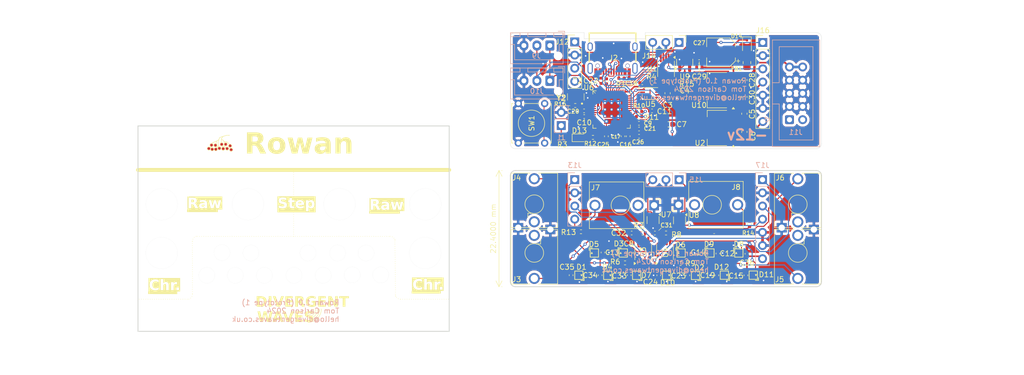
<source format=kicad_pcb>
(kicad_pcb (version 20240108) (generator "pcbnew") (generator_version "8.0")
  (layers (0 "F.Cu" signal) (31 "B.Cu" signal) (34 "B.Paste" user) (35 "F.Paste" user) (36 "B.SilkS" user "B.Silkscreen") (37 "F.SilkS" user "F.Silkscreen") (38 "B.Mask" user) (39 "F.Mask" user) (44 "Edge.Cuts" user))
  (net 0 "")
  (net 1 "/XIN")
  (net 2 "Earth")
  (net 3 "+5V")
  (net 4 "+3.3V")
  (net 5 "+1V1")
  (net 6 "+12V")
  (net 7 "/+5v_REF")
  (net 8 "/GPIO20")
  (net 9 "Net-(D11-DIN)")
  (net 10 "Net-(D11-DOUT)")
  (net 11 "Net-(D13-A)")
  (net 12 "Net-(D14-A)")
  (net 13 "Net-(J11-Pin_10)")
  (net 14 "/~{USB_BOOT}")
  (net 15 "Net-(J2-CC1)")
  (net 17 "/USB_D-")
  (net 19 "Net-(J2-CC2)")
  (net 20 "/USB_D+")
  (net 21 "LED_CLOCK")
  (net 22 "LED_SERIAL")
  (net 25 "/QSPI_SS")
  (net 26 "/XOUT")
  (net 27 "Net-(U3A--)")
  (net 28 "Net-(U3B--)")
  (net 29 "Net-(U4B--)")
  (net 30 "Net-(U4A--)")
  (net 31 "Net-(U6-USB_DP)")
  (net 32 "Net-(U6-USB_DM)")
  (net 33 "/GPIO25")
  (net 34 "Net-(R13-Pad2)")
  (net 35 "Net-(R14-Pad2)")
  (net 36 "/RUN")
  (net 37 "/GPIO2")
  (net 38 "/GPIO3")
  (net 39 "/QSPI_SD3")
  (net 40 "/QSPI_SD2")
  (net 41 "/QSPI_SD0")
  (net 42 "/QSPI_SD1")
  (net 43 "/QSPI_SCLK")
  (net 44 "/GPIO18")
  (net 45 "/GPIO12")
  (net 46 "/GPIO22")
  (net 47 "/GPIO13")
  (net 48 "/GPIO28_ADC2")
  (net 49 "/SWD")
  (net 50 "/GPIO19")
  (net 51 "/GPIO16")
  (net 52 "/GPIO17")
  (net 53 "/GPIO29_ADC3")
  (net 54 "/GPIO21")
  (net 55 "/GPIO15")
  (net 56 "/SWCLK")
  (net 57 "/GPIO14")
  (net 58 "/GPIO26_ADC0")
  (net 59 "/GPIO27_ADC1")
  (net 60 "A_UNQUANTIZED")
  (net 61 "A_CHROMATIC")
  (net 62 "B_UNQUANTIZED")
  (net 63 "B_CHROMATIC")
  (net 64 "A_TRIG")
  (net 65 "B_TRIG")
  (net 66 "VOUT_A")
  (net 67 "VOUT_B")
  (net 68 "VOUT_C")
  (net 69 "VOUT_D")
  (net 70 "DRIVER_A")
  (net 71 "DRIVER_B")
  (net 72 "LED_DATA")
  (net 73 "Net-(J7-PadT)")
  (net 74 "Net-(J8-PadT)")
  (net 75 "Net-(J3-PadT)")
  (net 76 "Net-(J4-PadT)")
  (net 77 "Net-(J6-PadT)")
  (net 78 "Net-(J5-PadT)")
  (net 79 "Net-(D1-DIN)")
  (net 80 "Net-(D3-DIN)")
  (net 81 "/GPIO4")
  (net 82 "/GPIO5")
  (net 83 "/GPIO24")
  (net 84 "/GPIO23")
  (net 85 "/GPIO1")
  (net 86 "/GPIO0")
  (net 87 "/GPIO9")
  (net 88 "/GPIO8")
  (net 89 "Net-(R16-Pad2)")
  (net 90 "Net-(D10-DIN)")
  (net 92 "Net-(D12-DOUT)")
  (net 93 "Net-(D3-DOUT)")
  (net 94 "Net-(D4-DIN)")
  (net 95 "Net-(D6-DOUT)")
  (net 96 "Net-(D10-DOUT)")
  (net 97 "Net-(D8-DIN)")
  (footprint "Capacitor_SMD:C_0402_1005Metric" (layer "F.Cu") (at 205.2 109.6)
    (property "Reference" "C26")
    (property "Value" "100n")
  )
  (footprint "Capacitor_SMD:C_0402_1005Metric" (layer "F.Cu") (at 226 132.25 -90)
    (property "Reference" "C36")
    (property "Value" "100n")
  )
  (footprint "Divergent:3mm-LED-hole" (layer "F.Cu") (at 144.3 136.4756 90)
    (property "Reference" "H7" (hide yes))
    (property "Value" "MountingHole")
    (fp_circle (center 0.0756 0) (end 0.0756 -1.55) (stroke (width 0.01)) (fill none) (layer "Edge.Cuts"))
  )
  (footprint "Capacitor_SMD:C_0402_1005Metric" (layer "F.Cu") (at 214.8 132.08 -90)
    (property "Reference" "C14")
    (property "Value" "100n")
  )
  (footprint "Divergent:XINGLIGHT-XL-1010RGBC-WS2812B" (layer "F.Cu") (at 216.083332 136.417164 90)
    (property "Reference" "D2")
    (property "Value" "SK6812")
  )
  (footprint "Capacitor_SMD:C_0402_1005Metric" (layer "F.Cu") (at 192.1 136.38 90)
    (property "Reference" "C35")
    (property "Value" "100n")
  )
  (footprint "LED_SMD:LED_0603_1608Metric" (layer "F.Cu") (at 193.7875 109.9)
    (property "Reference" "D13")
    (property "Value" "LED")
  )
  (footprint "Capacitor_SMD:CP_Elec_5x5.4" (layer "F.Cu") (at 221 93.4 180)
    (property "Reference" "C27")
    (property "Value" "47u")
  )
  (footprint "Divergent:panel-mountinghole-m3" (layer "F.Cu") (at 163 144)
    (property "Reference" "H32" (hide yes))
    (property "Value" "MountingHole")
  )
  (footprint "Divergent:XINGLIGHT-XL-1010RGBC-WS2812B" (layer "F.Cu") (at 202.156249 132.1 -90)
    (property "Reference" "D3")
    (property "Value" "SK6812")
  )
  (footprint "Capacitor_SMD:C_0402_1005Metric" (layer "F.Cu") (at 198.9 109.6 -90)
    (property "Reference" "C25")
    (property "Value" "100n")
  )
  (footprint "Divergent:USB-C-SMD_G-SWITCH_GT-USB-9010AB" (layer "F.Cu") (at 200.09 94.72 180)
    (property "Reference" "J2")
    (property "Value" "USB_C_Receptacle_USB2.0_16P" (hide yes))
  )
  (footprint "Package_TO_SOT_SMD:SOT-223-3_TabPin2" (layer "F.Cu") (at 220.25 108 180)
    (property "Reference" "U2")
    (property "Value" "NCP1117-3.3_SOT223")
  )
  (footprint "Capacitor_SMD:C_0402_1005Metric" (layer "F.Cu") (at 203.1 109.6 -90)
    (property "Reference" "C16")
    (property "Value" "100n")
  )
  (footprint "Package_SO:MSOP-10_3x3mm_P0.5mm" (layer "F.Cu") (at 210.4 96.6 -90)
    (property "Reference" "U1")
    (property "Value" "DAC7554")
  )
  (footprint "Resistor_SMD:R_0402_1005Metric" (layer "F.Cu") (at 216.815 96.3 180)
    (property "Reference" "R15")
    (property "Value" "10k")
  )
  (footprint "Capacitor_SMD:C_0402_1005Metric" (layer "F.Cu") (at 220.4 132.2 -90)
    (property "Reference" "C12")
    (property "Value" "100n")
  )
  (footprint "Divergent:thonkiconn-hole" (layer "F.Cu") (at 113.2 122.7)
    (property "Reference" "H28" (hide yes))
    (property "Value" "MountingHole")
    (fp_circle (center -0.022 0) (end 3.028 0) (stroke (width 0.01)) (fill none) (layer "Edge.Cuts"))
  )
  (footprint "Button_Switch_THT:SW_Tactile_Straight_KSA0Axx1LFTR" (layer "F.Cu") (at 181.92 110.9 90)
    (property "Reference" "SW1")
    (property "Value" "SW_Push")
  )
  (footprint "Capacitor_SMD:C_0402_1005Metric" (layer "F.Cu") (at 197.7 136.38 90)
    (property "Reference" "C34")
    (property "Value" "100n")
  )
  (footprint "Divergent:CSTNE10M0G55A000R0" (layer "F.Cu") (at 193 102)
    (property "Reference" "Y2")
    (property "Value" "Crystal_GND2" (hide yes))
  )
  (footprint "Capacitor_SMD:C_0603_1608Metric" (layer "F.Cu") (at 225.5 108.75 -90)
    (property "Reference" "C6")
    (property "Value" "10u")
  )
  (footprint "Divergent:thonkiconn-hole" (layer "F.Cu") (at 113.178 132.1)
    (property "Reference" "H26" (hide yes))
    (property "Value" "MountingHole")
    (fp_circle (center -0.022 0) (end 3.028 0) (stroke (width 0.01)) (fill none) (layer "Edge.Cuts"))
  )
  (footprint "Divergent:QingPu_WQP-PJ398SM_Ground_pin_tweak" (layer "F.Cu") (at 185 125.6)
    (property "Reference" "J4")
    (property "Value" "AudioJack2")
  )
  (footprint "Capacitor_SMD:C_0402_1005Metric" (layer "F.Cu") (at 203.6 132.1 -90)
    (property "Reference" "C8")
    (property "Value" "100n")
  )
  (footprint "Resistor_SMD:R_0402_1005Metric" (layer "F.Cu") (at 192.9 103.6625 180)
    (property "Reference" "R16")
    (property "Value" "1k")
  )
  (footprint "Capacitor_SMD:C_0402_1005Metric" (layer "F.Cu") (at 198.9 99 90)
    (property "Reference" "C22")
    (property "Value" "100n")
  )
  (footprint "Resistor_SMD:R_0402_1005Metric" (layer "F.Cu") (at 190.4 109.9 180)
    (property "Reference" "R3")
    (property "Value" "1k")
  )
  (footprint "Divergent:thonkiconn-hole" (layer "F.Cu") (at 164.022 122.7)
    (property "Reference" "H27" (hide yes))
    (property "Value" "MountingHole")
    (fp_circle (center -0.022 0) (end 3.028 0) (stroke (width 0.01)) (fill none) (layer "Edge.Cuts"))
  )
  (footprint "Divergent:3mm-LED-hole" (layer "F.Cu") (at 121.8 136.4)
    (property "Reference" "H3" (hide yes))
    (property "Value" "MountingHole")
    (fp_circle (center 0.0756 0) (end 0.0756 -1.55) (stroke (width 0.01)) (fill none) (layer "Edge.Cuts"))
  )
  (footprint "Package_SO:MSOP-8_3x3mm_P0.65mm" (layer "F.Cu") (at 206 131.9 90)
    (property "Reference" "U3")
    (property "Value" "MCP6002-xMS")
  )
  (footprint "Connector_Audio:Jack_3.5mm_QingPu_WQP-PJ398SM_Vertical_CircularHoles" (layer "F.Cu") (at 212.8 122.8 90)
    (property "Reference" "J8")
    (property "Value" "AudioJack2")
  )
  (footprint "Package_SON:Winbond_USON-8-1EP_3x2mm_P0.5mm_EP0.2x1.6mm" (layer "F.Cu") (at 207.325 101.35)
    (property "Reference" "U5")
    (property "Value" "W25Q32JVSS")
  )
  (footprint "Divergent:3mm-LED-hole" (layer "F.Cu") (at 155.4 136.4 90)
    (property "Reference" "H11" (hide yes))
    (property "Value" "MountingHole")
    (fp_circle (center 0.0756 0) (end 0.0756 -1.55) (stroke (width 0.01)) (fill none) (layer "Edge.Cuts"))
  )
  (footprint "Divergent:XINGLIGHT-XL-1010RGBC-WS2812B" (layer "F.Cu") (at 218.868748 132.1 -90)
    (property "Reference" "D9")
    (property "Value" "SK6812")
  )
  (footprint "Resistor_SMD:R_0402_1005Metric" (layer "F.Cu") (at 194 128)
    (property "Reference" "R13")
    (property "Value" "1k")
  )
  (footprint "Resistor_SMD:R_0402_1005Metric" (layer "F.Cu") (at 201.8 98.4)
    (property "Reference" "R1")
    (property "Value" "5.1k")
  )
  (footprint "Divergent:3mm-LED-hole" (layer "F.Cu") (at 141.3 132.1)
    (property "Reference" "H2" (hide yes))
    (property "Value" "MountingHole")
    (fp_circle (center 0.0756 0) (end 0.0756 -1.55) (stroke (width 0.01)) (fill none) (layer "Edge.Cuts"))
  )
  (footprint "Divergent:thonkiconn-hole" (layer "F.Cu") (at 147.48 122.7)
    (property "Reference" "H25" (hide yes))
    (property "Value" "MountingHole" (hide yes))
    (fp_circle (center -0.022 0) (end 3.028 0) (stroke (width 0.01)) (fill none) (layer "Edge.Cuts"))
  )
  (footprint "Package_TO_SOT_SMD:SOT-223-3_TabPin2" (layer "F.Cu") (at 220.25 100.7 180)
    (property "Reference" "U10")
    (property "Value" "NCP1117-5.0_SOT223")
  )
  (footprint "Divergent:3mm-LED-hole" (layer "F.Cu") (at 127.3 136.4)
    (property "Reference" "H1" (hide yes))
    (property "Value" "MountingHole")
    (fp_circle (center 0.0756 0) (end 0.0756 -1.55) (stroke (width 0.01)) (fill none) (layer "Edge.Cuts"))
  )
  (footprint "Capacitor_SMD:C_0402_1005Metric" (layer "F.Cu") (at 198.25 132 -90)
    (property "Reference" "C13")
    (property "Value" "100n")
  )
  (footprint "Divergent:panel-mountinghole-m3" (layer "F.Cu") (at 114.2 143.9968)
    (property "Reference" "H34" (hide yes))
    (property "Value" "MountingHole")
  )
  (footprint "Divergent:XINGLIGHT-XL-1010RGBC-WS2812B" (layer "F.Cu") (at 210.512499 136.392164 90)
    (property "Reference" "D10")
    (property "Value" "SK6812")
  )
  (footprint "Capacitor_SMD:C_0402_1005Metric" (layer "F.Cu") (at 209 136.4 90)
    (property "Reference" "C24")
    (property "Value" "100n")
  )
  (footprint "Divergent:XINGLIGHT-XL-1010RGBC-WS2812B" (layer "F.Cu") (at 199.170833 136.402164 90)
    (property "Reference" "D4")
    (property "Value" "SK6812")
  )
  (footprint "Package_TO_SOT_SMD:SOT-23" (layer "F.Cu") (at 214 95.3625 90)
    (property "Reference" "U9")
    (property "Value" "LM4040LP-5")
  )
  (footprint "Capacitor_SMD:C_0402_1005Metric" (layer "F.Cu") (at 208.25 128.25 180)
    (property "Reference" "C31")
    (property "Value" "100n")
  )
  (footprint "Divergent:XINGLIGHT-XL-1010RGBC-WS2812B" (layer "F.Cu") (at 227.225 136.367164 90)
    (property "Reference" "D11")
    (property "Value" "SK6812")
  )
  (footprint "Diode_SMD:D_SOD-323" (layer "F.Cu") (at 226 92.05 -90)
    (property "Reference" "D14")
    (property "Value" "D_Schottky")
  )
  (footprint "Package_TO_SOT_SMD:SOT-353_SC-70-5" (layer "F.Cu") (at 207.9 125.75 -90)
    (property "Reference" "U7")
    (property "Value" "74AHCT1G125")
  )
  (footprint "Capacitor_SMD:C_0402_1005Metric" (layer "F.Cu") (at 194.6 104.7 180)
    (property "Reference" "C20")
    (property "Value" "100n")
  )
  (footprint "Raspberry Pi:RP2040-QFN-56" (layer "F.Cu") (at 199.905 104.4375 -90)
    (property "Reference" "U6")
    (property "Value" "RP2040")
  )
  (footprint "Capacitor_SMD:C_0402_1005Metric" (layer "F.Cu") (at 203.3 136.38 90)
    (property "Reference" "C33")
    (property "Value" "100n")
  )
  (footprint "Capacitor_SMD:C_0603_1608Metric" (layer "F.Cu") (at 225.5 105.25 90)
    (property "Reference" "C5")
    (property "Value" "10u")
  )
  (footprint "Capacitor_SMD:C_0402_1005Metric" (layer "F.Cu") (at 194.62 105.8 180)
    (property "Reference" "C10")
    (property "Value" "100n")
  )
  (footprint "Capacitor_SMD:C_0402_1005Metric" (layer "F.Cu") (at 214.6 136.4 90)
    (property "Reference" "C23")
    (property "Value" "100n")
  )
  (footprint "Capacitor_SMD:C_0603_1608Metric" (layer "F.Cu") (at 225.5 102 -90)
    (property "Reference" "C30")
    (property "Value" "10u")
  )
  (footprint "Capacitor_SMD:C_0402_1005Metric" (layer "F.Cu") (at 212.5 100.8 90)
    (property "Reference" "C4")
    (property "Value" "100n")
  )
  (footprint "Capacitor_SMD:C_0603_1608Metric" (layer "F.Cu") (at 225.5 98.75 90)
    (property "Reference" "C28")
    (property "Value" "10u")
  )
  (footprint "Resistor_SMD:R_0402_1005Metric" (layer "F.Cu") (at 205.2 104.8 180)
    (property "Reference" "R10")
    (property "Value" "27")
  )
  (footprint "Divergent:3mm-LED-hole" (layer "F.Cu") (at 124.8 132.1 90)
    (property "Reference" "H4" (hide yes))
    (property "Value" "MountingHole")
    (fp_circle (center 0.0756 0) (end 0.0756 -1.55) (stroke (width 0.01)) (fill none) (layer "Edge.Cuts"))
  )
  (footprint "Divergent:thonkiconn-hole" (layer "F.Cu") (at 129.82 122.7)
    (property "Reference" "H30" (hide yes))
    (property "Value" "MountingHole" (hide yes))
    (fp_circle (center -0.022 0) (end 3.028 0) (stroke (width 0.01)) (fill none) (layer "Edge.Cuts"))
  )
  (footprint "Divergent:XINGLIGHT-XL-1010RGBC-WS2812B" (layer "F.Cu") (at 221.654165 136.367164 90)
    (property "Reference" "D12")
    (property "Value" "SK6812")
  )
  (footprint "Capacitor_SMD:C_0603_1608Metric" (layer "F.Cu") (at 210.7 101.3 90)
    (property "Reference" "C3")
    (property "Value" "10u")
  )
  (footprint "Resistor_SMD:R_0402_1005Metric" (layer "F.Cu") (at 196.31 109.8)
    (property "Reference" "R12")
    (property "Value" "220R")
  )
  (footprint "Resistor_SMD:R_0805_2012Metric" (layer "F.Cu") (at 226 95.4 -90)
    (property "Reference" "FB1")
    (property "Value" "FerriteBead_Small")
  )
  (footprint "Package_SO:MSOP-8_3x3mm_P0.65mm" (layer "F.Cu") (at 210.2 131.9 90)
    (property "Reference" "U4")
    (property "Value" "MCP6002-xMS")
  )
  (footprint "Divergent:XINGLIGHT-XL-1010RGBC-WS2812B" (layer "F.Cu") (at 204.741666 136.402164 90)
    (property "Reference" "D7")
    (property "Value" "SK6812")
  )
  (footprint "Connector_Audio:Jack_3.5mm_QingPu_WQP-PJ398SM_Vertical_CircularHoles" (layer "F.Cu") (at 208.1 122.9 -90)
    (property "Reference" "J7")
    (property "Value" "AudioJack2")
  )
  (footprint "Divergent:XINGLIGHT-XL-1010RGBC-WS2812B" (layer "F.Cu") (at 213.297915 132.1 -90)
    (property "Reference" "D6")
    (property "Value" "SK6812")
  )
  (footprint "Resistor_SMD:R_0402_1005Metric" (layer "F.Cu") (at 207.72 99.3)
    (property "Reference" "R4")
    (property "Value" "DNF")
  )
  (footprint "Capacitor_SMD:C_0402_1005Metric" (layer "F.Cu") (at 205.2 108.2)
    (property "Reference" "C21")
    (property "Value" "100n")
  )
  (footprint "Connector_PinHeader_2.54mm:PinHeader_1x03_P2.54mm_Vertical" (layer "F.Cu") (at 212.9 91.5 -90)
    (property "Reference" "J14")
    (property "Value" "Conn_01x03")
  )
  (footprint "Capacitor_SMD:C_0402_1005Metric" (layer "F.Cu") (at 220.2 136.4 90)
    (property "Reference" "C19")
    (property "Value" "100n")
  )
  (footprint "Divergent:3mm-LED-hole" (layer "F.Cu") (at 149.9 136.4 90)
    (property "Reference" "H10" (hide yes))
    (property "Value" "MountingHole")
    (fp_circle (center 0.0756 0) (end 0.0756 -1.55) (stroke (width 0.01)) (fill none) (layer "Edge.Cuts"))
  )
  (footprint "Divergent:panel-mountinghole-m3" (layer "F.Cu") (at 114.2 110.4)
    (property "Reference" "H33" (hide yes))
    (property "Value" "MountingHole")
  )
  (footprint "Divergent:3mm-LED-hole" (layer "F.Cu") (at 138.6 136.4)
    (property "Reference" "H12" (hide yes))
    (property "Value" "MountingHole")
    (fp_circle (center 0.0756 0) (end 0.0756 -1.55) (stroke (width 0.01)) (fill none) (layer "Edge.Cuts"))
  )
  (footprint "Divergent:panel-mountinghole-m3" (layer "F.Cu") (at 163 110.4)
    (property "Reference" "H31" (hide yes))
    (property "Value" "MountingHole")
  )
  (footprint "Resistor_SMD:R_0402_1005Metric" (layer "F.Cu") (at 205.21 105.8 180)
    (property "Reference" "R11")
    (property "Value" "27")
  )
  (footprint "Divergent:XINGLIGHT-XL-1010RGBC-WS2812B" (layer "F.Cu") (at 196.585416 132.1 -90)
    (property "Reference" "D5")
    (property "Value" "SK6812")
  )
  (footprint "Divergent:XINGLIGHT-XL-1010RGBC-WS2812B" (layer "F.Cu") (at 224.439582 132.1 -90)
    (property "Reference" "D8")
    (property "Value" "SK6812")
  )
  (footprint "Resistor_SMD:R_0402_1005Metric" (layer "F.Cu") (at 205.89 128.25 180)
    (property "Reference" "R7")
    (property "Value" "100R")
  )
  (footprint "Capacitor_SMD:C_0603_1608Metric" (layer "F.Cu") (at 210.9 107.3)
    (property "Reference" "C7")
    (property "Value" "10u")
  )
  (footprint "Divergent:XINGLIGHT-XL-1010RGBC-WS2812B" (layer "F.Cu") (at 193.6 136.392164 90)
    (property "Reference" "D1")
    (property "Value" "SK6812")
  )
  (footprint "Divergent:QingPu_WQP-PJ398SM_Ground_pin_tweak" (layer "F.Cu") (at 185 129.18 180)
    (property "Reference" "J3")
    (property "Value" "AudioJack2")
  )
  (footprint "Capacitor_SMD:C_0402_1005Metric" (layer "F.Cu") (at 207.7 104.7)
    (property "Reference" "C11")
    (property "Value" "1u")
  )
  (footprint "Resistor_SMD:R_0402_1005Metric" (layer "F.Cu") (at 197.9 98.9 -90)
    (property "Reference" "R2")
    (property "Value" "5.1k")
  )
  (footprint "Capacitor_SMD:C_0402_1005Metric" (layer "F.Cu") (at 205.18 107.1)
    (property "Reference" "C9")
    (property "Value" "100n")
  )
  (footprint "Divergent:3mm-LED-hole" (layer "F.Cu") (at 147 132.1)
    (property "Reference" "H5" (hide yes))
    (property "Value" "MountingHole")
    (fp_circle (center 0.0756 0) (end 0.0756 -1.55) (stroke (width 0.01)) (fill none) (layer "Edge.Cuts"))
  )
  (footprint "Resistor_SMD:R_0402_1005Metric" (layer "F.Cu") (at 210.4 128.25)
    (property "Reference" "R8")
    (property "Value" "100R")
  )
  (footprint "Capacitor_SMD:C_0402_1005Metric" (layer "F.Cu") (at 225.8 136.4 90)
    (property "Reference" "C15")
    (property "Value" "100n")
  )
  (footprint "Divergent:QingPu_WQP-PJ398SM_Ground_pin_tweak" (layer "F.Cu") (at 235.8 129.2 180)
    (property "Reference" "J5")
    (property "Value" "AudioJack2")
  )
  (footprint "Connector_PinHeader_2.54mm:PinHeader_1x04_P2.54mm_Vertical" (layer "F.Cu") (at 192.8 91.4)
    (property "Reference" "J12")
    (property "Value" "Conn_01x04")
  )
  (footprint "Divergent:QingPu_WQP-PJ398SM_Ground_pin_tweak" (layer "F.Cu") (at 235.8 125.6)
    (property "Reference" "J6")
    (property "Value" "AudioJack2")
  )
  (footprint "Divergent:3mm-LED-hole" (layer "F.Cu") (at 152.5 132.1)
    (property "Reference" "H8" (hide yes))
    (property "Value" "MountingHole")
    (fp_circle (center 0.0756 0) (end 0.0756 -1.55) (stroke (width 0.01)) (fill none) (layer "Edge.Cuts"))
  )
  (footprint "Capacitor_SMD:C_0402_1005Metric" (layer "F.Cu") (at 203.77 128.25 180)
    (property "Reference" "C32")
    (property "Value" "100n")
  )
  (footprint "Resistor_SMD:R_0402_1005Metric" (layer "F.Cu") (at 226.5 126.5 -90)
    (property "Reference" "R14")
    (property "Value" "1k")
  )
  (footprint "Resistor_SMD:R_0402_1005Metric" (layer "F.Cu") (at 213.21 134.1)
    (property "Reference" "R9")
    (property "Value" "100R")
  )
  (footprint "Connector_PinHeader_2.54mm:PinHeader_1x07_P2.54mm_Vertical" (layer "F.Cu") (at 229.05 91.52)
    (property "Reference" "J16")
    (property "Value" "Conn_01x08")
  )
  (footprint "Resistor_SMD:R_0402_1005Metric" (layer "F.Cu") (at 202.5 134 180)
    (property "Reference" "R6")
    (property "Value" "100R")
  )
  (footprint "Package_TO_SOT_SMD:SOT-353_SC-70-5" (layer "F.Cu") (at 213 125.8 -90)
    (property "Reference" "U8")
    (property "Value" "74AHCT1G125")
  )
  (footprint "Capacitor_SMD:C_0402_1005Metric" (layer "F.Cu") (at 205.82 99.3 180)
    (property "Reference" "C18")
    (property "Value" "100n")
  )
  (footprint "Divergent:thonkiconn-hole" (layer "F.Cu") (at 164 132.1)
    (property "Reference" "H29" (hide yes))
    (property "Value" "MountingHole")
    (fp_circle (center -0.022 0) (end 3.028 0) (stroke (width 0.01)) (fill none) (layer "Edge.Cuts"))
  )
  (footprint "Divergent:3mm-LED-hole" (layer "F.Cu") (at 130.3 132.1)
    (property "Reference" "H6" (hide yes))
    (property "Value" "MountingHole")
    (fp_circle (center 0.0756 0) (end 0.0756 -1.55) (stroke (width 0.01)) (fill none) (layer "Edge.Cuts"))
  )
  (footprint "Capacitor_SMD:C_0402_1005Metric" (layer "F.Cu") (at 216.78 95.2)
    (property "Reference" "C29")
    (property "Value" "470n")
  )
  (footprint "Divergent:3mm-LED-hole" (layer "F.Cu") (at 132.9 136.4)
    (property "Reference" "H9" (hide yes))
    (property "Value" "MountingHole")
    (fp_circle (center 0.0756 0) (end 0.0756 -1.55) (stroke (width 0.01)) (fill none) (layer "Edge.Cuts"))
  )
  (footprint "Capacitor_SMD:C_0402_1005Metric" (layer "F.Cu") (at 202.1 109.6 -90)
    (property "Reference" "C17")
    (property "Value" "1u")
  )
  (footprint "Connector_PinSocket_2.54mm:PinSocket_1x07_P2.54mm_Vertical" (layer "B.Cu") (at 229 117.96 180)
    (property "Reference" "J17")
    (property "Value" "Conn_01x08")
  )
  (footprint "Connector_PinHeader_2.54mm:PinHeader_1x02_P2.54mm_Vertical" (layer "B.Cu") (at 190.2 107.54)
    (property "Reference" "J1")
    (property "Value" "Conn_01x02")
  )
  (footprint "Connector_IDC:IDC-Header_2x05_P2.54mm_Vertical" (layer "B.Cu") (at 234.2 106.4)
    (property "Reference" "J11")
    (property "Value" "Conn_02x05_Odd_Even")
  )
  (footprint "Connector_JST:JST_XH_B3B-XH-AM_1x03_P2.50mm_Vertical" (layer "B.Cu") (at 188 98.9 180)
    (property "Reference" "J10")
    (property "Value" "Conn_01x03")
  )
  (footprint "Connector_PinSocket_2.54mm:PinSocket_1x03_P2.54mm_Vertical" (layer "B.Cu") (at 212.925 117.975 90)
    (property "Reference" "J15")
    (property "Value" "Conn_01x03")
  )
  (footprint "Connector_JST:JST_XH_B3B-XH-AM_1x03_P2.50mm_Vertical" (layer "B.Cu") (at 188 92.1 180)
    (property "Reference" "J9")
    (property "Value" "Conn_01x03")
  )
  (footprint "Connector_PinSocket_2.54mm:PinSocket_1x04_P2.54mm_Vertical" (layer "B.Cu") (at 192.8 117.96 180)
    (property "Reference" "J13")
    (property "Value" "Conn_01x03")
  )
  (gr_circle (center 125.505025 111.14) (end 125.73 111.14) (stroke (width 0.1)) (fill solid) (layer "F.Cu"))
  (gr_circle (center 122.264975 111.96) (end 122.48995 111.96) (stroke (width 0.1)) (fill solid) (layer "F.Cu"))
  (gr_circle (center 124.294975 111.92) (end 124.51995 111.92) (stroke (width 0.1)) (fill solid) (layer "F.Cu"))
  (gr_circle (center 123.54 111.324975) (end 123.764975 111.324975) (stroke (width 0.1)) (fill solid) (layer "F.Cu"))
  (gr_circle (center 125.775025 111.97) (end 126 111.97) (stroke (width 0.1)) (fill solid) (layer "F.Cu"))
  (gr_circle (center 126.355025 111.44) (end 126.58 111.44) (stroke (width 0.1)) (fill solid) (layer "F.Cu"))
  (gr_circle (center 125.024975 112) (end 125.24995 112) (stroke (width 0.1)) (fill solid) (layer "F.Cu"))
  (gr_circle (center 124.734975 111.15) (end 124.95995 111.15) (stroke (width 0.1)) (fill solid) (layer "F.Cu"))
  (gr_circle (center 122.904975 112.1) (end 123.12995 112.1) (stroke (width 0.1)) (fill solid) (layer "F.Cu"))
  (gr_circle (center 126.555616 112.191096) (end 126.780591 112.191096) (stroke (width 0.1)) (fill solid) (layer "F.Cu"))
  (gr_circle (center 122.78 111.294975) (end 123.004975 111.294975) (stroke (width 0.1)) (fill solid) (layer "F.Cu"))
  (gr_circle (center 123.604975 112.09) (end 123.82995 112.09) (stroke (width 0.1)) (fill solid) (layer "F.Cu"))
  (gr_arc (start 143.587641 142.914136) (mid 142.95103 144.45103) (end 141.414136 145.087641) (stroke (width 0.1)) (layer "F.SilkS"))
  (gr_arc (start 143.939935 142.890287) (mid 143.199305 144.700558) (end 141.393358 145.451667) (stroke (width 0.1)) (layer "F.SilkS"))
  (gr_line (start 108.6 116.0836) (end 168.6 116.0836) (stroke (width 0.75)) (layer "F.SilkS"))
  (gr_line (start 123.75 110.54) (end 123.055616 110.8) (stroke (width 0.1)) (layer "F.SilkS"))
  (gr_line (start 125.170616 110.615) (end 125.735616 110.66) (stroke (width 0.1)) (layer "F.SilkS"))
  (gr_circle (center 126.555616 112.191096) (end 126.765616 112.431096) (stroke (width 0.1)) (fill none) (layer "F.SilkS"))
  (gr_line (start 126.465616 111.88) (end 126.355616 111.76) (stroke (width 0.1)) (layer "F.SilkS"))
  (gr_circle (center 125.505616 111.141096) (end 125.715616 111.381096) (stroke (width 0.1)) (fill none) (layer "F.SilkS"))
  (gr_line (start 123.75 110.54) (end 123.65 111.02) (stroke (width 0.1)) (layer "F.SilkS"))
  (gr_line (start 196.295 100.8275) (end 196.7675 101.3) (stroke (width 0.1)) (layer "F.SilkS"))
  (gr_arc (start 143.22882 142.923179) (mid 142.699963 144.199963) (end 141.423179 144.72882) (stroke (width 0.1)) (layer "F.SilkS"))
  (gr_line (start 157 128.9) (end 119.9 128.9) (stroke (width 0.1) (type dot)) (layer "F.SilkS"))
  (gr_line (start 119.097107 129.84) (end 119.1 140.16) (stroke (width 0.1) (type dot)) (layer "F.SilkS"))
  (gr_circle (center 122.905616 112.101096) (end 123.115616 112.341096) (stroke (width 0.1)) (fill none) (layer "F.SilkS"))
  (gr_circle (center 124.296712 111.92) (end 124.506712 112.16) (stroke (width 0.1)) (fill none) (layer "F.SilkS"))
  (gr_circle (center 125.026712 112) (end 125.236712 112.24) (stroke (width 0.1)) (fill none) (layer "F.SilkS"))
  (gr_circle (center 122.265616 111.961096) (end 122.475616 112.201096) (stroke (width 0.1)) (fill none) (layer "F.SilkS"))
  (gr_line (start 125.61 109.43) (end 124.705616 109.7) (stroke (width 0.1)) (layer "F.SilkS"))
  (gr_circle (center 122.775616 111.291096) (end 122.985616 111.531096) (stroke (width 0.1)) (fill none) (layer "F.SilkS"))
  (gr_circle (center 124.736712 111.15) (end 124.946712 111.39) (stroke (width 0.1)) (fill none) (layer "F.SilkS"))
  (gr_line (start 123.055616 110.8) (end 122.935616 110.94) (stroke (width 0.1)) (layer "F.SilkS"))
  (gr_line (start 125.735616 110.66) (end 126.235616 111.14) (stroke (width 0.1)) (layer "F.SilkS"))
  (gr_line (start 124.705616 109.7) (end 124.3 109.9) (stroke (width 0.1)) (layer "F.SilkS"))
  (gr_line (start 125.61 109.43) (end 126.114384 109.41) (stroke (width 0.1)) (layer "F.SilkS"))
  (gr_line (start 124.03 110.85) (end 124.18 111.6) (stroke (width 0.1)) (layer "F.SilkS"))
  (gr_line (start 219.55 128.35) (end 219.8 128.35) (stroke (width 0.1)) (layer "F.SilkS"))
  (gr_line (start 138.6 128.9) (end 138.6 124) (stroke (width 0.1) (type dot)) (layer "F.SilkS"))
  (gr_line (start 124.03 110.85) (end 124.3 109.9) (stroke (width 0.1)) (layer "F.SilkS"))
  (gr_arc (start 159.2 141) (mid 158.492893 140.707107) (end 158.2 140) (stroke (width 0.1) (type dot)) (layer "F.SilkS"))
  (gr_line (start 125.525616 111.75) (end 125.235616 111.55) (stroke (width 0.1)) (layer "F.SilkS"))
  (gr_arc (start 142.473396 142.912855) (mid 142.162763 143.662763) (end 141.412855 143.973396) (stroke (width 0.1)) (layer "F.SilkS"))
  (gr_circle (center 126.355616 111.441096) (end 126.565616 111.681096) (stroke (width 0.1)) (fill none) (layer "F.SilkS"))
  (gr_line (start 125.235616 111.55) (end 124.815616 111.56) (stroke (width 0.1)) (layer "F.SilkS"))
  (gr_line (start 122.655616 111.64) (end 122.765616 111.78) (stroke (width 0.1)) (layer "F.SilkS"))
  (gr_line (start 138.6 121.2) (end 138.6 116.0836) (stroke (width 0.1) (type dot)) (layer "F.SilkS"))
  (gr_arc (start 157.2 128.9) (mid 157.907107 129.192893) (end 158.2 129.9) (stroke (width 0.1) (type dot)) (layer "F.SilkS"))
  (gr_line (start 159.2 141) (end 168.7 141) (stroke (width 0.1) (type dot)) (layer "F.SilkS"))
  (gr_line (start 124.695616 110.19) (end 125.045616 110.35) (stroke (width 0.1)) (layer "F.SilkS"))
  (gr_line (start 209.5 127.25) (end 209 127.75) (stroke (width 0.1)) (layer "F.SilkS"))
  (gr_arc (start 142.845943 142.926611) (mid 142.430223 143.930223) (end 141.426611 144.345943) (stroke (width 0.1)) (layer "F.SilkS"))
  (gr_line (start 124.2 110.23) (end 123.75 110.54) (stroke (width 0.1)) (layer "F.SilkS"))
  (gr_line (start 138.65 124) (end 138.75 124.1) (stroke (width 0.1)) (layer "F.SilkS"))
  (gr_line (start 124.7 110.05) (end 124.66 110.84) (stroke (width 0.1)) (layer "F.SilkS"))
  (gr_line (start 124.87 111.71) (end 124.795616 111.5) (stroke (width 0.1)) (layer "F.SilkS"))
  (gr_line (start 124.7 110.05) (end 124.99 109.62) (stroke (width 0.1)) (layer "F.SilkS"))
  (gr_arc (start 142.110434 142.891997) (mid 141.9 143.4) (end 141.391997 143.610434) (stroke (width 0.1)) (layer "F.SilkS"))
  (gr_line (start 123.745616 111.78) (end 124.125616 111.41) (stroke (width 0.1)) (layer "F.SilkS"))
  (gr_circle (center 123.606712 112.09) (end 123.816712 112.33) (stroke (width 0.1)) (fill none) (layer "F.SilkS"))
  (gr_line (start 216.8 97.3) (end 216.8 95.2) (stroke (width 0.1)) (layer "F.SilkS"))
  (gr_arc (start 119.1 140.042893) (mid 118.807107 140.75) (end 118.1 141.042893) (stroke (width 0.1) (type dot)) (layer "F.SilkS"))
  (gr_line (start 125.045616 110.35) (end 125.295616 110.88) (stroke (width 0.1)) (layer "F.SilkS"))
  (gr_line (start 122.515616 111.75) (end 122.655616 111.64) (stroke (width 0.1)) (layer "F.SilkS"))
  (gr_circle (center 123.535616 111.321096) (end 123.745616 111.561096) (stroke (width 0.1)) (fill none) (layer "F.SilkS"))
  (gr_line (start 191.9 103.7) (end 191.2 103.7) (stroke (width 0.1)) (layer "F.SilkS"))
  (gr_arc (start 119.097107 129.84) (mid 119.39 129.132893) (end 120.097107 128.84) (stroke (width 0.1) (type dot)) (layer "F.SilkS"))
  (gr_circle (center 125.776712 111.97) (end 125.986712 112.21) (stroke (width 0.1)) (fill none) (layer "F.SilkS"))
  (gr_line (start 158.13 129.54) (end 158.25 140.65) (stroke (width 0.1) (type dot)) (layer "F.SilkS"))
  (gr_line (start 118.1 141) (end 108.6 141) (stroke (width 0.1) (type dot)) (layer "F.SilkS"))
  (gr_line (start 126.1 109.41) (end 126.26 109.41) (stroke (width 0.1)) (layer "F.SilkS"))
  (gr_arc (start 240.375 111) (mid 240.082107 111.707107) (end 239.375 112) (stroke (width 0.05)) (layer "Edge.Cuts"))
  (gr_line (start 239.375 116.2) (end 181.375 116.2) (stroke (width 0.15)) (layer "Edge.Cuts"))
  (gr_line (start 180.375 117.2) (end 180.375 137.6) (stroke (width 0.15)) (layer "Edge.Cuts"))
  (gr_line (start 194.6 90.8) (end 206.4 90.8) (stroke (width 0.05)) (layer "Edge.Cuts"))
  (gr_arc (start 181.375 112) (mid 180.667893 111.707107) (end 180.375 111) (stroke (width 0.05)) (layer "Edge.Cuts"))
  (gr_line (start 194.6 89.6) (end 194.6 90.8) (stroke (width 0.05)) (layer "Edge.Cuts"))
  (gr_line (start 108.6 107.6) (end 108.6 147.2) (stroke (width 0.15)) (layer "Edge.Cuts"))
  (gr_line (start 206.4 89.6) (end 239.375 89.6) (stroke (width 0.05)) (layer "Edge.Cuts"))
  (gr_line (start 240.375 137.6) (end 240.375 117.2) (stroke (width 0.15)) (layer "Edge.Cuts"))
  (gr_line (start 168.6 107.6) (end 108.6 107.6) (stroke (width 0.15)) (layer "Edge.Cuts"))
  (gr_line (start 181.375 138.6) (end 239.375 138.6) (stroke (width 0.15)) (layer "Edge.Cuts"))
  (gr_line (start 206.4 90.8) (end 206.4 89.6) (stroke (width 0.05)) (layer "Edge.Cuts"))
  (gr_arc (start 181.375 138.6) (mid 180.667893 138.307107) (end 180.375 137.6) (stroke (width 0.15)) (layer "Edge.Cuts"))
  (gr_line (start 108.6 147.2) (end 168.6 147.2) (stroke (width 0.15)) (layer "Edge.Cuts"))
  (gr_arc (start 240.375 137.6) (mid 240.082107 138.307107) (end 239.375 138.6) (stroke (width 0.15)) (layer "Edge.Cuts"))
  (gr_arc (start 180.375 117.2) (mid 180.667893 116.492893) (end 181.375 116.2) (stroke (width 0.15)) (layer "Edge.Cuts"))
  (gr_arc (start 239.375 89.6) (mid 240.082107 89.892893) (end 240.375 90.6) (stroke (width 0.05)) (layer "Edge.Cuts"))
  (gr_line (start 181.375 112) (end 239.375 112) (stroke (width 0.05)) (layer "Edge.Cuts"))
  (gr_arc (start 239.375 116.2) (mid 240.082107 116.492893) (end 240.375 117.2) (stroke (width 0.15)) (layer "Edge.Cuts"))
  (gr_line (start 194.6 89.6) (end 181.375 89.6) (stroke (width 0.05)) (layer "Edge.Cuts"))
  (gr_line (start 240.375 111) (end 240.375 90.6) (stroke (width 0.05)) (layer "Edge.Cuts"))
  (gr_arc (start 180.375 90.6) (mid 180.667893 89.892893) (end 181.375 89.6) (stroke (width 0.05)) (layer "Edge.Cuts"))
  (gr_line (start 180.375 90.6) (end 180.375 111) (stroke (width 0.05)) (layer "Edge.Cuts"))
  (gr_line (start 168.6 147.2) (end 168.6 107.6) (stroke (width 0.15)) (layer "Edge.Cuts"))
  (gr_text "-12v" (at 230.25 110.5 0) (layer "B.SilkS") (effects (font (size 2 2) (thickness 0.4) (bold yes)) (justify left bottom mirror)))
  (gr_text "Rowan 1.0 (Prototype 1)\nTom Carlson 2024\nhello@divergentwaves.co.uk" (at 218.75 133.75 0) (layer "B.SilkS") (effects (font (size 1 1)) (justify left mirror)))
  (gr_text "Rowan 1.0 (Prototype 1)\nTom Carlson 2024\nhello@divergentwaves.co.uk" (at 226 100.5 0) (layer "B.SilkS") (effects (font (size 1 1)) (justify left mirror)))
  (gr_text "Rowan 1.0 (Prototype 1)\nTom Carlson 2024\nhello@divergentwaves.co.uk" (at 147.5 143.25 0) (layer "B.SilkS") (effects (font (size 1 1)) (justify left mirror)))
  (gr_text "Chr." (at 161.5 139.5 0) (layer "F.SilkS" knockout) (effects (font (size 2 2) (thickness 0.4) (bold yes)) (justify left bottom)))
  (gr_text "Raw" (at 118.1 123.8 0) (layer "F.SilkS" knockout) (effects (font (size 2 2) (thickness 0.4) (bold yes)) (justify left bottom)))
  (gr_text "Rowan" (at 129.1 113.6 0) (layer "F.SilkS") (effects (font (size 4 4) (thickness 0.3) (bold yes)) (justify left bottom)))
  (gr_text "WAVES" (at 131.553325 145.715226 0) (layer "F.SilkS") (effects (font (size 2 2) (thickness 0.5) (bold yes)) (justify left bottom)))
  (gr_text "Step" (at 135.5 123.8 0) (layer "F.SilkS" knockout) (effects (font (size 2 2) (thickness 0.4) (bold yes)) (justify left bottom)))
  (gr_text "Raw" (at 153.2 124.1 0) (layer "F.SilkS" knockout) (effects (font (size 2 2) (thickness 0.4) (bold yes)) (justify left bottom)))
  (gr_text "Chr." (at 110.7 139.6 0) (layer "F.SilkS" knockout) (effects (font (size 2 2) (thickness 0.4) (bold yes)) (justify left bottom)))
  (gr_text "DIVERGENT" (at 131.223125 142.8 0) (layer "F.SilkS") (effects (font (size 2 2) (thickness 0.5) (bold yes)) (justify left bottom)))
  (dimension (type aligned) (layer "F.SilkS") (pts (xy 178.2 116.2) (xy 178.2 138.6)) (height 0) (gr_text "22.4000 mm" (at 177.1 127.4 90) (layer "F.SilkS") (effects (font (size 1 1) (thickness 0.1)))) (format (prefix "") (suffix "") (units 3) (units_format 1) (precision 4)) (style (thickness 0.1) (arrow_length 1.27) (text_position_mode 0) (extension_height 0.58642) (extension_offset 0.5) keep_text_aligned))
  (segment (start 196.4675 103.8375) (end 195.719319 103.8375) (width 0.2) (layer "F.Cu") (net 1))
  (segment (start 194.2 102.318181) (end 194.2 102) (width 0.2) (layer "F.Cu") (net 1))
  (segment (start 195.719319 103.8375) (end 194.2 102.318181) (width 0.2) (layer "F.Cu") (net 1))
  (segment (start 213.243456 125.5) (end 213.65 125.093456) (width 0.2) (layer "F.Cu") (net 2))
  (segment (start 210.4 94.4875) (end 210.4 93.624568) (width 0.2) (layer "F.Cu") (net 2))
  (segment (start 203.3 136.86) (end 202.26 136.86) (width 0.2) (layer "F.Cu") (net 2))
  (segment (start 208.48 136.88) (end 208 136.4) (width 0.2) (layer "F.Cu") (net 2))
  (segment (start 214.6 136.88) (end 213.88 136.88) (width 0.2) (layer "F.Cu") (net 2))
  (segment (start 204.8 132.5) (end 204.8 132.6) (width 0.2) (layer "F.Cu") (net 2))
  (segment (start 203.82 131.62) (end 204.7 132.5) (width 0.2) (layer "F.Cu") (net 2))
  (segment (start 210.4 93.624568) (end 210.724568 93.3) (width 0.2) (layer "F.Cu") (net 2))
  (segment (start 215.4 131.6) (end 215.9 132.1) (width 0.2) (layer "F.Cu") (net 2))
  (segment (start 208.2 105.6) (end 208.18 105.58) (width 0.15) (layer "F.Cu") (net 2))
  (segment (start 205.66 107.1) (end 207.62 107.1) (width 0.15) (layer "F.Cu") (net 2))
  (segment (start 202.08 110.08) (end 201.2 109.2) (width 0.15) (layer "F.Cu") (net 2))
  (segment (start 208 106.72) (end 208 105.8) (width 0.15) (layer "F.Cu") (net 2))
  (segment (start 205.68 107.12) (end 205.66 107.1) (width 0.15) (layer "F.Cu") (net 2))
  (segment (start 209 136.88) (end 208.48 136.88) (width 0.2) (layer "F.Cu") (net 2))
  (segment (start 202.1 110.08) (end 202.08 110.08) (width 0.15) (layer "F.Cu") (net 2))
  (segment (start 206.975 132.925) (end 207.5 132.4) (width 0.2) (layer "F.Cu") (net 2))
  (segment (start 206.34 98.3) (end 206.8 98.3) (width 0.15) (layer "F.Cu") (net 2))
  (segment (start 207.72 128) (end 207.72 127.48) (width 0.2) (layer "F.Cu") (net 2))
  (segment (start 223.4 110.3) (end 224.725 110.3) (width 0.2) (layer "F.Cu") (net 2))
  (segment (start 201.1 128.1) (end 199.4 129.8) (width 0.2) (layer "F.Cu") (net 2))
  (segment (start 196.4675 103.4375) (end 195.93364 103.4375) (width 0.2) (layer "F.Cu") (net 2))
  (segment (start 210.7 102.075) (end 210.7 102.18) (width 0.15) (layer "F.Cu") (net 2))
  (segment (start 226 131.64) (end 226 130.939653) (width 0.2) (layer "F.Cu") (net 2))
  (segment (start 213.88 136.88) (end 213.4 136.4) (width 0.2) (layer "F.Cu") (net 2))
  (segment (start 207.62 107.1) (end 208 106.72) (width 0.15) (layer "F.Cu") (net 2))
  (segment (start 198.1 131.54) (end 198.94 131.54) (width 0.2) (layer "F.Cu") (net 2))
  (segment (start 205.9 102.1) (end 205.9 102.4) (width 0.15) (layer "F.Cu") (net 2))
  (segment (start 214.8 131.6) (end 215.4 131.6) (width 0.2) (layer "F.Cu") (net 2))
  (segment (start 196.160416 131.25) (end 197.610416 129.8) (width 0.2) (layer "F.Cu") (net 2))
  (segment (start 198.9 110.08) (end 199.12 110.08) (width 0.15) (layer "F.Cu") (net 2))
  (segment (start 204.7 132.5) (end 204.8 132.5) (width 0.2) (layer "F.Cu") (net 2))
  (segment (start 196.8 98.5) (end 196.89 98.4) (width 0.15) (layer "F.Cu") (net 2))
  (segment (start 208 105.8) (end 208.2 105.6) (width 0.15) (layer "F.Cu") (net 2))
  (segment (start 203.6 131.62) (end 203.82 131.62) (width 0.2) (layer "F.Cu") (net 2))
  (segment (start 211.6625 134.5) (end 211.9 134.5) (width 0.2) (layer "F.Cu") (net 2))
  (segment (start 205.34 99.3) (end 206.34 98.3) (width 0.15) (layer "F.Cu") (net 2))
  (segment (start 202.26 136.86) (end 202 136.6) (width 0.2) (layer "F.Cu") (net 2))
  (segment (start 197.7 136.86) (end 196.96 136.86) (width 0.2) (layer "F.Cu") (net 2))
  (segment (start 197.610416 129.8) (end 199.4 129.8) (width 0.2) (layer "F.Cu") (net 2))
  (segment (start 203.29 97.91) (end 202.8 98.4) (width 0.15) (layer "F.Cu") (net 2))
  (segment (start 203.29 97.12) (end 203.29 97.91) (width 0.15) (layer "F.Cu") (net 2))
  (segment (start 197.9 99.41) (end 196.8 98.5) (width 0.15) (layer "F.Cu") (net 2))
  (segment (start 206.975 134.0125) (end 206.975 132.925) (width 0.2) (layer "F.Cu") (net 2))
  (segment (start 199.12 110.08) (end 199.9 109.3) (width 0.15) (layer "F.Cu") (net 2))
  (segment (start 219.38 136.88) (end 218.9 136.4) (width 0.2) (layer "F.Cu") (net 2))
  (segment (start 212.675001 125.5) (end 213.243456 125.5) (width 0.2) (layer "F.Cu") (net 2))
  (segment (start 199 98.42) (end 198.89 98.42) (width 0.15) (layer "F.Cu") (net 2))
  (segment (start 193 101.565686) (end 194.021375 100.544311) (width 0.2) (layer "F.Cu") (net 2))
  (segment (start 195.93364 103.4375) (end 195.3 102.80386) (width 0.2) (layer "F.Cu") (net 2))
  (segment (start 198.94 131.54) (end 199.4 132) (width 0.2) (layer "F.Cu") (net 2))
  (segment (start 220.2 136.88) (end 219.38 136.88) (width 0.2) (layer "F.Cu") (net 2))
  (segment (start 220.4 131.72) (end 220.92 131.72) (width 0.2) (layer "F.Cu") (net 2))
  (segment (start 207.631544 125.425) (end 207.25 125.043456) (width 0.2) (layer "F.Cu") (net 2))
  (segment (start 196.96 136.86) (end 196.5 136.4) (width 0.2) (layer "F.Cu") (net 2))
  (segment (start 208.55 125.124999) (end 208.249999 125.425) (width 0.2) (layer "F.Cu") (net 2))
  (segment (start 208.55 124.8) (end 208.55 125.124999) (width 0.2) (layer "F.Cu") (net 2))
  (segment (start 212.35 125.174999) (end 212.675001 125.5) (width 0.2) (layer "F.Cu") (net 2))
  (segment (start 213.65 125.093456) (end 213.65 124.85) (width 0.2) (layer "F.Cu") (net 2))
  (segment (start 198.89 98.42) (end 197.9 99.41) (width 0.15) (layer "F.Cu") (net 2))
  (segment (start 209 96.1) (end 208.2 95.3) (width 0.15) (layer "F.Cu") (net 2))
  (segment (start 194.021375 100.544311) (end 194.424928 100.544311) (width 0.2) (layer "F.Cu") (net 2))
  (segment (start 212.35 124.85) (end 212.35 125.174999) (width 0.2) (layer "F.Cu") (net 2))
  (segment (start 205.68 108.2) (end 205.68 107.12) (width 0.15) (layer "F.Cu") (net 2))
  (segment (start 220.92 131.72) (end 221.3 132.1) (width 0.2) (layer "F.Cu") (net 2))
  (segment (start 196.160416 131.675) (end 196.160416 131.25) (width 0.2) (layer "F.Cu") (net 2))
  (segment (start 210.724568 93.3) (end 212.1 93.3) (width 0.2) (layer "F.Cu") (net 2))
  (segment (start 203.42 128.1) (end 201.1 128.1) (width 0.2) (layer "F.Cu") (net 2))
  (segment (start 208.2 95.3) (end 205.9 95.3) (width 0.15) (layer "F.Cu") (net 2))
  (segment (start 211.175 134.0125) (end 211.6625 134.5) (width 0.2) (layer "F.Cu") (net 2))
  (segment (start 224.725 110.3) (end 225.5 109.525) (width 0.2) (layer "F.Cu") (net 2))
  (segment (start 210.7 102.18) (end 208.18 104.7) (width 0.15) (layer "F.Cu") (net 2))
  (segment (start 208.18 104.7) (end 208.2 105.6) (width 0.15) (layer "F.Cu") (net 2))
  (segment (start 196.89 98.4) (end 196.89 97.12) (width 0.15) (layer "F.Cu") (net 2))
  (segment (start 207.25 125.043456) (end 207.25 124.8) (width 0.2) (layer "F.Cu") (net 2))
  (segment (start 204.8 132.6) (end 204.8 132.6) (width 0.2) (layer "F.Cu") (net 2))
  (segment (start 193 102) (end 193 101.565686) (width 0.2) (layer "F.Cu") (net 2))
  (segment (start 208.249999 125.425) (end 207.631544 125.425) (width 0.2) (layer "F.Cu") (net 2))
  (segment (start 226 130.939653) (end 226.541545 130.398108) (width 0.2) (layer "F.Cu") (net 2))
  (segment (start 207.72 127.48) (end 207.9 127.3) (width 0.2) (layer "F.Cu") (net 2))
  (segment (start 195.3 102.80386) (end 195.3 102.2) (width 0.2) (layer "F.Cu") (net 2))
  (segment (start 212.1 93.3) (end 212 93.3) (width 0.2) (layer "F.Cu") (net 2))
  (via (at 218.9 136.4) (size 0.6) (drill 0.3) (layers "F.Cu" "B.Cu") (net 2))
  (via (at 214.9 98) (size 0.6) (drill 0.3) (layers "F.Cu" "B.Cu") (net 2))
  (via (at 190.5 103.2) (size 0.6) (drill 0.3) (layers "F.Cu" "B.Cu") (net 2))
  (via (at 195.05538 101.24462) (size 0.6) (drill 0.3) (layers "F.Cu" "B.Cu") (net 2))
  (via (at 201.1 110.7) (size 0.6) (drill 0.3) (layers "F.Cu" "B.Cu") (net 2))
  (via (at 202.8 98.4) (size 0.6) (drill 0.3) (layers "F.Cu" "B.Cu") (net 2))
  (via (at 223.4 130.6) (size 0.6) (drill 0.3) (layers "F.Cu" "B.Cu") (net 2))
  (via (at 221.3 132.1) (size 0.6) (drill 0.3) (layers "F.Cu" "B.Cu") (net 2))
  (via (at 200.3 91.7) (size 0.6) (drill 0.3) (layers "F.Cu" "B.Cu") (net 2))
  (via (at 198.2 94.5) (size 0.6) (drill 0.3) (layers "F.Cu" "B.Cu") (net 2))
  (via (at 205.2 110.7) (size 0.6) (drill 0.3) (layers "F.Cu" "B.Cu") (net 2))
  (via (at 210.5 137.6) (size 0.6) (drill 0.3) (layers "F.Cu" "B.Cu") (net 2))
  (via (at 199.4 129.8) (size 0.6) (drill 0.3) (layers "F.Cu" "B.Cu") (net 2))
  (via (at 186.7 95.6) (size 0.6) (drill 0.3) (layers "F.Cu" "B.Cu") (net 2))
  (via (at 208.5 94.6) (size 0.6) (drill 0.3) (layers "F.Cu" "B.Cu") (net 2))
  (via (at 229.2 137.4) (size 0.6) (drill 0.3) (layers "F.Cu" "B.Cu") (net 2))
  (via (at 194.9 94.1) (size 0.6) (drill 0.3) (layers "F.Cu" "B.Cu") (net 2))
  (via (at 226.75 102) (size 0.6) (drill 0.3) (layers "F.Cu" "B.Cu") (net 2))
  (via (at 201.2 109.2) (size 0.6) (drill 0.3) (layers "F.Cu" "B.Cu") (net 2))
  (via (at 215.8 93.5) (size 0.6) (drill 0.3) (layers "F.Cu" "B.Cu") (net 2))
  (via (at 190.5 101.9) (size 0.6) (drill 0.3) (layers "F.Cu" "B.Cu") (net 2))
  (via (at 206.8 98.3) (size 0.6) (drill 0.3) (layers "F.Cu" "B.Cu") (net 2))
  (via (at 193.7 137.7) (size 0.6) (drill 0.3) (layers "F.Cu" "B.Cu") (net 2))
  (via (at 222.1 137.6) (size 0.6) (drill 0.3) (layers "F.Cu" "B.Cu") (net 2))
  (via (at 193.5 107.8) (size 0.6) (drill 0.3) (layers "F.Cu" "B.Cu") (net 2))
  (via (at 192.4 104.8) (size 0.6) (drill 0.3) (layers "F.Cu" "B.Cu") (net 2))
  (via (at 193.3 104.8) (size 0.6) (drill 0.3) (layers "F.Cu" "B.Cu") (net 2))
  (via (at 191.6 100.4) (size 0.6) (drill 0.3) (layers "F.Cu" "B.Cu") (net 2))
  (via (at 201.8 94.6) (size 0.6) (drill 0.3) (layers "F.Cu" "B.Cu") (net 2))
  (via (at 194.424928 100.544311) (size 0.6) (drill 0.3) (layers "F.Cu" "B.Cu") (net 2))
  (via (at 208.2 105.6) (size 0.6) (drill 0.3) (layers "F.Cu" "B.Cu") (net 2))
  (via (at 199.4 132) (size 0.6) (drill 0.3) (layers "F.Cu" "B.Cu") (net 2))
  (via (at 218.8 97.5) (size 0.6) (drill 0.3) (layers "F.Cu" "B.Cu") (net 2))
  (via (at 209 96.1) (size 0.6) (drill 0.3) (layers "F.Cu" "B.Cu") (net 2))
  (via (at 218.8 130.5) (size 0.6) (drill 0.3) (layers "F.Cu" "B.Cu") (net 2))
  (via (at 224.5 136.4) (size 0.6) (drill 0.3) (layers "F.Cu" "B.Cu") (net 2))
  (via (at 204.8 132.5) (size 0.6) (drill 0.3) (layers "F.Cu" "B.Cu") (net 2))
  (via (at 208 136.4) (size 0.6) (drill 0.3) (layers "F.Cu" "B.Cu") (net 2))
  (via (at 213.4 136.4) (size 0.6) (drill 0.3) (layers "F.Cu" "B.Cu") (net 2))
  (via (at 205.9 102.4) (size 0.6) (drill 0.3) (layers "F.Cu" "B.Cu") (net 2))
  (via (at 196.8 98.5) (size 0.6) (drill 0.3) (layers "F.Cu" "B.Cu") (net 2))
  (via (at 211.9 134.5) (size 0.6) (drill 0.3) (layers "F.Cu" "B.Cu") (net 2))
  (via (at 213 94.8) (size 0.6) (drill 0.3) (layers "F.Cu" "B.Cu") (net 2))
  (via (at 212.5 102.25) (size 0.6) (drill 0.3) (layers "F.Cu" "B.Cu") (net 2))
  (via (at 205.9 95.3) (size 0.6) (drill 0.3) (layers "F.Cu" "B.Cu") (net 2))
  (via (at 196.5 136.4) (size 0.6) (drill 0.3) (layers "F.Cu" "B.Cu") (net 2))
  (via (at 195.3 102.2) (size 0.6) (drill 0.3) (layers "F.Cu" "B.Cu") (net 2))
  (via (at 215.9 132.1) (size 0.6) (drill 0.3) (layers "F.Cu" "B.Cu") (net 2))
  (via (at 206.7 107.8) (size 0.6) (drill 0.3) (layers "F.Cu" "B.Cu") (net 2))
  (via (at 227.3 93.1) (size 0.6) (drill 0.3) (layers "F.Cu" "B.Cu") (net 2))
  (via (at 202 136.6) (size 0.6) (drill 0.3) (layers "F.Cu" "B.Cu") (net 2))
  (via (at 199.2 137.6) (size 0.6) (drill 0.3) (layers "F.Cu" "B.Cu") (net 2))
  (via (at 207.9 127.3) (size 0.6) (drill 0.3) (layers "F.Cu" "B.Cu") (net 2))
  (via (at 212.1 93.3) (size 0.6) (drill 0.3) (layers "F.Cu" "B.Cu") (net 2))
  (via (at 207.5 132.4) (size 0.6) (drill 0.3) (layers "F.Cu" "B.Cu") (net 2))
  (via (at 213.25 130.5) (size 0.6) (drill 0.3) (layers "F.Cu" "B.Cu") (net 2))
  (via (at 199.9 109.3) (size 0.6) (drill 0.3) (layers "F.Cu" "B.Cu") (net 2))
  (via (at 216.1 137.6) (size 0.6) (drill 0.3) (layers "F.Cu" "B.Cu") (net 2))
  (via (at 218.8 95.2) (size 0.6) (drill 0.3) (layers "F.Cu" "B.Cu") (net 2))
  (via (at 226.541545 130.398108) (size 0.6) (drill 0.3) (layers "F.Cu" "B.Cu") (net 2))
  (via (at 226.75 100.25) (size 0.6) (drill 0.3) (layers "F.Cu" "B.Cu") (net 2))
  (via (at 204.8 137.6) (size 0.6) (drill 0.3) (layers "F.Cu" "B.Cu") (net 2))
  (segment (start 201.2 109.2) (end 201.2 109.3) (width 0.15) (layer "B.Cu") (net 2))
  (segment (start 220.1 137.6) (end 222.1 137.6) (width 0.2) (layer "B.Cu") (net 2))
  (segment (start 213.4 136.4) (end 214.6 137.6) (width 0.2) (layer "B.Cu") (net 2))
  (segment (start 212.2 137.6) (end 210.5 137.6) (width 0.2) (layer "B.Cu") (net 2))
  (segment (start 218.9 136.4) (end 220.1 137.6) (width 0.2) (layer "B.Cu") (net 2))
  (segment (start 217.7 137.6) (end 216.1 137.6) (width 0.2) (layer "B.Cu") (net 2))
  (segment (start 203 137.6) (end 204.8 137.6) (width 0.2) (layer "B.Cu") (net 2))
  (segment (start 226.541545 130.398108) (end 225.893437 129.75) (width 0.2) (layer "B.Cu") (net 2))
  (segment (start 202.8 98.4) (end 205 98.4) (width 0.15) (layer "B.Cu") (net 2))
  (segment (start 199.9 109.3) (end 201.2 109.2) (width 0.15) (layer "B.Cu") (net 2))
  (segment (start 208.5 94.9) (end 208.5 94.6) (width 0.15) (layer "B.Cu") (net 2))
  (segment (start 214.6 137.6) (end 216.1 137.6) (width 0.2) (layer "B.Cu") (net 2))
  (segment (start 225.893437 129.75) (end 224.25 129.75) (width 0.2) (layer "B.Cu") (net 2))
  (segment (start 208.5 94.6) (end 208.5 94.5) (width 0.15) (layer "B.Cu") (net 2))
  (segment (start 206.8 98.3) (end 209 96.1) (width 0.15) (layer "B.Cu") (net 2))
  (segment (start 202 136.6) (end 203 137.6) (width 0.2) (layer "B.Cu") (net 2))
  (segment (start 218.9 136.4) (end 217.7 137.6) (width 0.2) (layer "B.Cu") (net 2))
  (segment (start 205 98.4) (end 208.5 94.9) (width 0.15) (layer "B.Cu") (net 2))
  (segment (start 224.25 129.75) (end 223.4 130.6) (width 0.2) (layer "B.Cu") (net 2))
  (segment (start 213.4 136.4) (end 212.2 137.6) (width 0.2) (layer "B.Cu") (net 2))
  (segment (start 208.1125 130.9) (end 205.1 130.9) (width 0.2) (layer "F.Cu") (net 3))
  (segment (start 208.68 128) (end 208.68 126.83) (width 0.2) (layer "F.Cu") (net 3))
  (segment (start 213.31 100.7) (end 217.1 100.7) (width 0.2) (layer "F.Cu") (net 3))
  (segment (start 209.225 129.7875) (end 209.225 128.545) (width 0.2) (layer "F.Cu") (net 3))
  (segment (start 205.1 130.9) (end 205.025 130.825) (width 0.2) (layer "F.Cu") (net 3))
  (segment (start 222.05 102.05) (end 223.4 100.7) (width 0.3) (layer "F.Cu") (net 3))
  (segment (start 225.5 101.225) (end 226.965 101.225) (width 0.3) (layer "F.Cu") (net 3))
  (segment (start 208.68 126.83) (end 208.55 126.7) (width 0.2) (layer "F.Cu") (net 3))
  (segment (start 223.4 100.7) (end 217.1 100.7) (width 0.3) (layer "F.Cu") (net 3))
  (segment (start 212.5 100.32) (end 212.93 100.32) (width 0.2) (layer "F.Cu") (net 3))
  (segment (start 209.225 128.545) (end 208.68 128) (width 0.2) (layer "F.Cu") (net 3))
  (segment (start 226.965 101.225) (end 229.05 99.14) (width 0.3) (layer "F.Cu") (net 3))
  (segment (start 223.725 106.025) (end 223.4 105.7) (width 0.3) (layer "F.Cu") (net 3))
  (segment (start 212.93 100.32) (end 213.31 100.7) (width 0.2) (layer "F.Cu") (net 3))
  (segment (start 216.72 100.32) (end 217.1 100.7) (width 0.2) (layer "F.Cu") (net 3))
  (segment (start 213.65 126.75) (end 214.85 126.75) (width 0.2) (layer "F.Cu") (net 3))
  (segment (start 225.5 106.025) (end 223.725 106.025) (width 0.3) (layer "F.Cu") (net 3))
  (segment (start 204.38 129.1425) (end 205.025 129.7875) (width 0.2) (layer "F.Cu") (net 3))
  (segment (start 213.025 126.125) (end 209.125 126.125) (width 0.2) (layer "F.Cu") (net 3))
  (segment (start 210.4 98.7125) (end 210.4 100.225) (width 0.2) (layer "F.Cu") (net 3))
  (segment (start 212.295 100.525) (end 212.5 100.32) (width 0.2) (layer "F.Cu") (net 3))
  (segment (start 204.38 128.1) (end 204.38 129.1425) (width 0.2) (layer "F.Cu") (net 3))
  (segment (start 213.65 126.75) (end 213.025 126.125) (width 0.2) (layer "F.Cu") (net 3))
  (segment (start 210.4 100.225) (end 210.7 100.525) (width 0.2) (layer "F.Cu") (net 3))
  (segment (start 222.05 104.35) (end 222.05 102.05) (width 0.3) (layer "F.Cu") (net 3))
  (segment (start 209.125 126.125) (end 208.55 126.7) (width 0.2) (layer "F.Cu") (net 3))
  (segment (start 224.975 100.7) (end 225.5 101.225) (width 0.3) (layer "F.Cu") (net 3))
  (segment (start 210.4 100.205) (end 210.4 98.7125) (width 0.2) (layer "F.Cu") (net 3))
  (segment (start 210.7 100.505) (end 210.4 100.205) (width 0.2) (layer "F.Cu") (net 3))
  (segment (start 223.4 105.7) (end 222.05 104.35) (width 0.3) (layer "F.Cu") (net 3))
  (segment (start 223.4 100.7) (end 224.975 100.7) (width 0.3) (layer "F.Cu") (net 3))
  (segment (start 214.85 126.75) (end 214.9 126.7) (width 0.2) (layer "F.Cu") (net 3))
  (segment (start 210.7 100.525) (end 212.295 100.525) (width 0.2) (layer "F.Cu") (net 3))
  (segment (start 205.025 130.825) (end 205.025 129.7875) (width 0.2) (layer "F.Cu") (net 3))
  (segment (start 209.225 129.7875) (end 208.1125 130.9) (width 0.2) (layer "F.Cu") (net 3))
  (via (at 214.9 126.7) (size 0.6) (drill 0.3) (layers "F.Cu" "B.Cu") (net 3))
  (segment (start 229 125.58) (end 227.78 126.8) (width 0.2) (layer "B.Cu") (net 3))
  (segment (start 227.78 126.8) (end 215 126.8) (width 0.2) (layer "B.Cu") (net 3))
  (segment (start 214.9 126.7) (end 214.8 126.8) (width 0.2) (layer "B.Cu") (net 3))
  (segment (start 215 126.8) (end 214.9 126.7) (width 0.2) (layer "B.Cu") (net 3))
  (segment (start 206.3 99.3) (end 207.21 99.3) (width 0.3) (layer "F.Cu") (net 4))
  (segment (start 226 132.73) (end 225.069582 132.73) (width 0.3) (layer "F.Cu") (net 4))
  (segment (start 204.316666 135.552164) (end 204.416666 135.452164) (width 0.2) (layer "F.Cu") (net 4))
  (segment (start 198.9 101.885) (end 198.905 101.89) (width 0.2) (layer "F.Cu") (net 4))
  (segment (start 202.581249 132.725) (end 202.256249 133.05) (width 0.2) (layer "F.Cu") (net 4))
  (segment (start 220.82 133.1) (end 220.4 132.68) (width 0.2) (layer "F.Cu") (net 4))
  (segment (start 214.8 132.56) (end 213.757915 132.56) (width 0.2) (layer "F.Cu") (net 4))
  (segment (start 197.5 102) (end 197.5 102.09305) (width 0.15) (layer "F.Cu") (net 4))
  (segment (start 214.6 135.92) (end 215.586168 135.92) (width 0.2) (layer "F.Cu") (net 4))
  (segment (start 204.24 109.12) (end 203.1 109.12) (width 0.3) (layer "F.Cu") (net 4))
  (segment (start 214.08 135.4) (end 214.6 135.92) (width 0.2) (layer "F.Cu") (net 4))
  (segment (start 204.416666 135.452164) (end 208.532164 135.452164) (width 0.2) (layer "F.Cu") (net 4))
  (segment (start 208.569634 98.63) (end 208.85 98.910366) (width 0.3) (layer "F.Cu") (net 4))
  (segment (start 202.50585 101.71) (end 202.26305 101.9528) (width 0.15) (layer "F.Cu") (net 4))
  (segment (start 198.90585 107.8745) (end 198.91025 106.728) (width 0.15) (layer "F.Cu") (net 4))
  (segment (start 205.070001 108.86) (end 204.72 108.509999) (width 0.3) (layer "F.Cu") (net 4))
  (segment (start 204.72 109.6) (end 204.24 109.12) (width 0.3) (layer "F.Cu") (net 4))
  (segment (start 197.24205 104.637) (end 196.46835 104.637) (width 0.15) (layer "F.Cu") (net 4))
  (segment (start 198.668669 135.9) (end 198.745833 135.977164) (width 0.2) (layer "F.Cu") (net 4))
  (segment (start 198.905 99.475) (end 199 99.38) (width 0.2) (layer "F.Cu") (net 4))
  (segment (start 198.9 107.88) (end 198.905 107.875) (width 0.15) (layer "F.Cu") (net 4))
  (segment (start 201.857856 106.728) (end 202.50585 107.375994) (width 0.15) (layer "F.Cu") (net 4))
  (segment (start 224.864582 132.525) (end 224.864582 132.725) (width 0.2) (layer "F.Cu") (net 4))
  (segment (start 206.3 99.346846) (end 205.621326 100.02552) (width 0.3) (layer "F.Cu") (net 4))
  (segment (start 221.637001 135.417164) (end 225.297164 135.417164) (width 0.2) (layer "F.Cu") (net 4))
  (segment (start 203.3 135.9) (end 204.239502 135.9) (width 0.2) (layer "F.Cu") (net 4))
  (segment (start 193.175 135.967164) (end 193.175 135.542164) (width 0.2) (layer "F.Cu") (net 4))
  (segment (start 210.087499 135.767164) (end 210.454663 135.4) (width 0.2) (layer "F.Cu") (net 4))
  (segment (start 195.08 104.7) (end 195.1425 104.6375) (width 0.2) (layer "F.Cu") (net 4))
  (segment (start 202.53825 107.037) (end 203.34335 107.037) (width 0.15) (layer "F.Cu") (net 4))
  (segment (start 202.42365 104.637) (end 202.42365 102.1134) (width 0.15) (layer "F.Cu") (net 4))
  (segment (start 208.85 98.910366) (end 208.85 100.5) (width 0.3) (layer "F.Cu") (net 4))
  (segment (start 225.5 107.975) (end 223.425 107.975) (width 0.3) (layer "F.Cu") (net 4))
  (segment (start 198.905 101) (end 198.905 99.475) (width 0.2) (layer "F.Cu") (net 4))
  (segment (start 226 132.73) (end 226 135.72) (width 0.3) (layer "F.Cu") (net 4))
  (segment (start 202.581249 132.525) (end 202.581249 132.725) (width 0.2) (layer "F.Cu") (net 4))
  (segment (start 225.069582 132.73) (end 224.864582 132.525) (width 0.3) (layer "F.Cu") (net 4))
  (segment (start 197.38625 102.2068) (end 197.38625 104.08625) (width 0.15) (layer "F.Cu") (net 4))
  (segment (start 202.26305 101.9528) (end 199.01185 101.9528) (width 0.15) (layer "F.Cu") (net 4))
  (segment (start 221.207001 135.92) (end 221.229165 135.942164) (width 0.2) (layer "F.Cu") (net 4))
  (segment (start 197.7 135.9) (end 198.668669 135.9) (width 0.2) (layer "F.Cu") (net 4))
  (segment (start 208.51 100.6) (end 208.75 100.6) (width 0.3) (layer "F.Cu") (net 4))
  (segment (start 219.143748 133.1) (end 215.34 133.1) (width 0.2) (layer "F.Cu") (net 4))
  (segment (start 198.745833 135.777164) (end 199.122997 135.4) (width 0.2) (layer "F.Cu") (net 4))
  (segment (start 202.50585 100.9995) (end 202.50585 101.71) (width 0.15) (layer "F.Cu") (net 4))
  (segment (start 206.3 99.3) (end 206.3 99.346846) (width 0.3) (layer "F.Cu") (net 4))
  (segment (start 197.5 102.09305) (end 197.38625 102.2068) (width 0.15) (layer "F.Cu") (net 4))
  (segment (start 198.1 132.5) (end 197.035416 132.5) (width 0.2) (layer "F.Cu") (net 4))
  (segment (start 208.85 100.5) (end 208.75 100.6) (width 0.3) (layer "F.Cu") (net 4))
  (segment (start 215.575 106.475) (end 210.95 106.475) (width 0.3) (layer "F.Cu") (net 4))
  (segment (start 215.983332 135.467164) (end 219.747164 135.467164) (width 0.2) (layer "F.Cu") (net 4))
  (segment (start 215.586168 135.92) (end 215.658332 135.992164) (width 0.2) (layer "F.Cu") (net 4))
  (segment (start 208.565 108.86) (end 205.070001 108.86) (width 0.3) (layer "F.Cu") (net 4))
  (segment (start 210.454663 135.4) (end 214.08 135.4) (width 0.2) (layer "F.Cu") (net 4))
  (segment (start 200.05 133.05) (end 200 133) (width 0.2) (layer "F.Cu") (net 4))
  (segment (start 210.125 107.3) (end 208.565 108.86) (width 0.3) (layer "F.Cu") (net 4))
  (segment (start 223.425 107.975) (end 223.4 108) (width 0.3) (layer "F.Cu") (net 4))
  (segment (start 224.864582 132.725) (end 224.489582 133.1) (width 0.2) (layer "F.Cu") (net 4))
  (segment (start 197.7 135.9) (end 197.7 132.9) (width 0.2) (layer "F.Cu") (net 4))
  (segment (start 197.7 132.9) (end 198.1 132.5) (width 0.2) (layer "F.Cu") (net 4))
  (segment (start 198.745833 135.977164) (end 198.745833 135.777164) (width 0.2) (layer "F.Cu") (net 4))
  (segment (start 203.30104 101) (end 202.555 101) (width 0.3) (layer "F.Cu") (net 4))
  (segment (start 197.74625 101.8468) (end 197.59305 102) (width 0.15) (layer "F.Cu") (net 4))
  (segment (start 219.293748 132.525) (end 219.293748 132.95) (width 0.2) (layer "F.Cu") (net 4))
  (segment (start 203.6 132.58) (end 202.636249 132.58) (width 0.2) (layer "F.Cu") (net 4))
  (segment (start 202.42365 102.1134) (end 202.26305 101.9528) (width 0.15) (layer "F.Cu") (net 4))
  (segment (start 197.242164 135.442164) (end 197.7 135.9) (width 0.2) (layer "F.Cu") (net 4))
  (segment (start 207.21 99.3) (end 207.88 98.63) (width 0.3) (layer "F.Cu") (net 4))
  (segment (start 197.59305 102) (end 197.5 102) (width 0.15) (layer "F.Cu") (net 4))
  (segment (start 203.1 109.12) (end 202.1 109.12) (width 0.2) (layer "F.Cu") (net 4))
  (segment (start 219.747164 135.467164) (end 220.2 135.92) (width 0.2) (layer "F.Cu") (net 4))
  (segment (start 197.035416 132.5) (end 197.010416 132.525) (width 0.2) (layer "F.Cu") (net 4))
  (segment (start 195.1425 104.6375) (end 196.4675 104.6375) (width 0.2) (layer "F.Cu") (net 4))
  (segment (start 203.34335 104.637) (end 202.42365 104.637) (width 0.15) (layer "F.Cu") (net 4))
  (segment (start 204.316666 135.977164) (end 204.316666 135.552164) (width 0.2) (layer "F.Cu") (net 4))
  (segment (start 217.1 108) (end 215.575 106.475) (width 0.3) (layer "F.Cu") (net 4))
  (segment (start 229 133.2) (end 228.53 132.73) (width 0.3) (layer "F.Cu") (net 4))
  (segment (start 209 135.92) (end 210.040335 135.92) (width 0.2) (layer "F.Cu") (net 4))
  (segment (start 221.229165 135.942164) (end 221.229165 135.825) (width 0.2) (layer "F.Cu") (net 4))
  (segment (start 213.757915 132.56) (end 213.722915 132.525) (width 0.2) (layer "F.Cu") (net 4))
  (segment (start 199.122997 135.4) (end 202.8 135.4) (width 0.2) (layer "F.Cu") (net 4))
  (segment (start 202.256249 133.05) (end 200.05 133.05) (width 0.2) (layer "F.Cu") (net 4))
  (segment (start 197.4 104.1) (end 197.38625 104.11375) (width 0.15) (layer "F.Cu") (net 4))
  (segment (start 226.777836 135.92) (end 226.8 135.942164) (width 0.2) (layer "F.Cu") (net 4))
  (segment (start 225.5 107.975) (end 227.835 107.975) (width 0.3) (layer "F.Cu") (net 4))
  (segment (start 204.72 109.6) (end 204.72 108.2) (width 0.3) (layer "F.Cu") (net 4))
  (segment (start 199.95 133.05) (end 198.65 133.05) (width 0.2) (layer "F.Cu") (net 4))
  (segment (start 224.939582 132.6) (end 224.864582 132.525) (width 0.2) (layer "F.Cu") (net 4))
  (segment (start 210.087499 135.967164) (end 210.087499 135.767164) (width 0.2) (layer "F.Cu") (net 4))
  (segment (start 204.27552 100.02552) (end 203.30104 101) (width 0.3) (layer "F.Cu") (net 4))
  (segment (start 225.8 135.92) (end 226.777836 135.92) (width 0.2) (layer "F.Cu") (net 4))
  (segment (start 198.9 109.12) (end 198.9 107.88) (width 0.15) (layer "F.Cu") (net 4))
  (segment (start 192.1 135.9) (end 193.107836 135.9) (width 0.2) (layer "F.Cu") (net 4))
  (segment (start 197.38625 104.4928) (end 197.24205 104.637) (width 0.15) (layer "F.Cu") (net 4))
  (segment (start 225.297164 135.417164) (end 225.8 135.92) (width 0.2) (layer "F.Cu") (net 4))
  (segment (start 198.905 101.89) (end 198.905 101) (width 0.2) (layer "F.Cu") (net 4))
  (segment (start 202.8 135.4) (end 203.3 135.9) (width 0.2) (layer "F.Cu") (net 4))
  (segment (start 202.505 107.875) (end 202.505 108.715) (width 0.2) (layer "F.Cu") (net 4))
  (segment (start 226 135.72) (end 225.8 135.92) (width 0.3) (layer "F.Cu") (net 4))
  (segment (start 203.3425 106.6375) (end 203.3425 107.0375) (width 0.15) (layer "F.Cu") (net 4))
  (segment (start 224.489582 133.1) (end 220.82 133.1) (width 0.2) (layer "F.Cu") (net 4))
  (segment (start 223.4 108) (end 217.1 108) (width 0.3) (layer "F.Cu") (net 4))
  (segment (start 207.88 98.63) (end 208.569634 98.63) (width 0.3) (layer "F.Cu") (net 4))
  (segment (start 202.50585 107.0694) (end 202.53825 107.037) (width 0.15) (layer "F.Cu") (net 4))
  (segment (start 198.91025 106.728) (end 198.90585 106.961) (width 0.15) (layer "F.Cu") (net 4))
  (segment (start 208.532164 135.452164) (end 209 135.92) (width 0.2) (layer "F.Cu") (net 4))
  (segment (start 198.90585 101.8468) (end 197.74625 101.8468) (width 0.15) (layer "F.Cu") (net 4))
  (segment (start 199.01185 101.9528) (end 198.90585 101.8468) (width 0.15) (layer "F.Cu") (net 4))
  (segment (start 197.38625 104.08625) (end 197.4 104.1) (width 0.15) (layer "F.Cu") (net 4))
  (segment (start 227.835 107.975) (end 229.05 106.76) (width 0.3) (layer "F.Cu") (net 4))
  (segment (start 220.2 135.92) (end 221.207001 135.92) (width 0.2) (layer "F.Cu") (net 4))
  (segment (start 220.4 132.68) (end 219.448748 132.68) (width 0.2) (layer "F.Cu") (net 4))
  (segment (start 198.91025 106.728) (end 201.857856 106.728) (width 0.15) (layer "F.Cu") (net 4))
  (segment (start 205.621326 100.02552) (end 204.27552 100.02552) (width 0.3) (layer "F.Cu") (net 4))
  (segment (start 203.3425 105.0375) (end 203.3425 104.6375) (width 0.2) (layer "F.Cu") (net 4))
  (segment (start 210.040335 135.92) (end 210.087499 135.967164) (width 0.2) (layer "F.Cu") (net 4))
  (segment (start 198.65 133.05) (end 198.1 132.5) (width 0.2) (layer "F.Cu") (net 4))
  (segment (start 193.275 135.442164) (end 197.242164 135.442164) (width 0.2) (layer "F.Cu") (net 4))
  (segment (start 202.505 108.715) (end 202.1 109.12) (width 0.2) (layer "F.Cu") (net 4))
  (segment (start 202.50585 107.375994) (end 202.50585 107.8745) (width 0.15) (layer "F.Cu") (net 4))
  (segment (start 228.53 132.73) (end 226 132.73) (width 0.3) (layer "F.Cu") (net 4))
  (segment (start 219.448748 132.68) (end 219.293748 132.525) (width 0.2) (layer "F.Cu") (net 4))
  (segment (start 193.107836 135.9) (end 193.175 135.967164) (width 0.2) (layer "F.Cu") (net 4))
  (segment (start 202.636249 132.58) (end 202.581249 132.525) (width 0.2) (layer "F.Cu") (net 4))
  (segment (start 210.95 106.475) (end 210.125 107.3) (width 0.3) (layer "F.Cu") (net 4))
  (segment (start 215.658332 135.792164) (end 215.983332 135.467164) (width 0.2) (layer "F.Cu") (net 4))
  (segment (start 204.72 108.509999) (end 204.72 108.2) (width 0.3) (layer "F.Cu") (net 4))
  (segment (start 215.34 133.1) (end 214.8 132.56) (width 0.2) (layer "F.Cu") (net 4))
  (segment (start 225.8 132.8) (end 226 132.6) (width 0.2) (layer "F.Cu") (net 4))
  (segment (start 197.38625 104.11375) (end 197.38625 104.4928) (width 0.15) (layer "F.Cu") (net 4))
  (segment (start 221.229165 135.825) (end 221.637001 135.417164) (width 0.2) (layer "F.Cu") (net 4))
  (segment (start 193.175 135.542164) (end 193.275 135.442164) (width 0.2) (layer "F.Cu") (net 4))
  (segment (start 202.50585 107.8745) (end 202.50585 107.0694) (width 0.15) (layer "F.Cu") (net 4))
  (segment (start 215.658332 135.992164) (end 215.658332 135.792164) (width 0.2) (layer "F.Cu") (net 4))
  (segment (start 219.293748 132.95) (end 219.143748 133.1) (width 0.2) (layer "F.Cu") (net 4))
  (segment (start 200 133) (end 199.95 133.05) (width 0.2) (layer "F.Cu") (net 4))
  (segment (start 204.239502 135.9) (end 204.316666 135.977164) (width 0.2) (layer "F.Cu") (net 4))
  (via (at 198.91025 106.728) (size 0.8) (drill 0.4) (layers "F.Cu" "B.Cu") (net 4))
  (via (at 197.4 104.1) (size 0.6) (drill 0.3) (layers "F.Cu" "B.Cu") (net 4))
  (segment (start 197.4 104.1) (end 197.18885 104.31115) (width 0.2) (layer "B.Cu") (net 4))
  (segment (start 198.528 106.728) (end 198.91025 106.728) (width 0.2) (layer "B.Cu") (net 4))
  (segment (start 197.18885 104.31115) (end 197.18885 105.38885) (width 0.2) (layer "B.Cu") (net 4))
  (segment (start 197.18885 105.38885) (end 198.528 106.728) (width 0.2) (layer "B.Cu") (net 4))
  (segment (start 196.4675 105.0375) (end 195.8625 105.0375) (width 0.2) (layer "F.Cu") (net 5))
  (segment (start 197.99585 102.4862) (end 201.88205 102.4862) (width 0.15) (layer "F.Cu") (net 5))
  (segment (start 197.78135 105.0375) (end 197.78885 105.03) (width 0.2) (layer "F.Cu") (net 5))
  (segment (start 197.79265 105.0262) (end 197.99585 104.823) (width 0.15) (layer "F.Cu") (net 5))
  (segment (start 201.88205 105.585) (end 202.18685 105.8898) (width 0.15) (layer "F.Cu") (net 5))
  (segment (start 206.7 104.18) (end 207.22 104.7) (width 0.2) (layer "F.Cu") (net 5))
  (segment (start 197.86885 105.0262) (end 197.79265 105.0262) (width 0.15) (layer "F.Cu") (net 5))
  (segment (start 203.3425 104.2375) (end 204.213576 104.2375) (width 0.2) (layer "F.Cu") (net 5))
  (segment (start 204.213576 104.2375) (end 204.271076 104.18) (width 0.2) (layer "F.Cu") (net 5))
  (segment (start 205.405 106.395) (end 206.625 106.395) (width 0.15) (layer "F.Cu") (net 5))
  (segment (start 204.0375 106.2375) (end 203.3425 106.2375) (width 0.2) (layer "F.Cu") (net 5))
  (segment (start 201.88205 102.4862) (end 201.88205 105.585) (width 0.15) (layer "F.Cu") (net 5))
  (segment (start 204.7 106.9) (end 204.0375 106.2375) (width 0.2) (layer "F.Cu") (net 5))
  (segment (start 196.4675 105.0375) (end 197.78135 105.0375) (width 0.2) (layer "F.Cu") (net 5))
  (segment (start 204.271076 104.18) (end 206.7 104.18) (width 0.2) (layer "F.Cu") (net 5))
  (segment (start 197.99585 104.823) (end 197.99585 102.4862) (width 0.15) (layer "F.Cu") (net 5))
  (segment (start 204.7 107.1) (end 205.405 106.395) (width 0.15) (layer "F.Cu") (net 5))
  (segment (start 206.625 106.395) (end 207.22 105.8) (width 0.15) (layer "F.Cu") (net 5))
  (segment (start 202.53405 106.237) (end 202.18685 105.8898) (width 0.15) (layer "F.Cu") (net 5))
  (segment (start 203.34335 106.237) (end 202.53405 106.237) (width 0.15) (layer "F.Cu") (net 5))
  (segment (start 207.22 105.8) (end 207.22 104.7) (width 0.2) (layer "F.Cu") (net 5))
  (segment (start 195.8625 105.0375) (end 195.1 105.8) (width 0.2) (layer "F.Cu") (net 5))
  (segment (start 223.2 96.25) (end 223.2 93.4) (width 0.3) (layer "F.Cu") (net 6))
  (segment (start 226 91) (end 224.5 91) (width 0.3) (layer "F.Cu") (net 6))
  (segment (start 223.15 96.3) (end 223.2 96.25) (width 0.3) (layer "F.Cu") (net 6))
  (segment (start 217.325 96.3) (end 223.15 96.3) (width 0.3) (layer "F.Cu") (net 6))
  (segment (start 223.4 98.4) (end 223.4 96.65) (width 0.3) (layer "F.Cu") (net 6))
  (segment (start 223.2 92.3) (end 223.2 93.4) (width 0.3) (layer "F.Cu") (net 6))
  (segment (start 224.525 99.525) (end 223.4 98.4) (width 0.3) (layer "F.Cu") (net 6))
  (segment (start 225.5 99.525) (end 224.525 99.525) (width 0.3) (layer "F.Cu") (net 6))
  (segment (start 223.2 96.45) (end 223.2 96.25) (width 0.3) (layer "F.Cu") (net 6))
  (segment (start 223.4 96.65) (end 223.2 96.45) (width 0.3) (layer "F.Cu") (net 6))
  (segment (start 224.5 91) (end 223.2 92.3) (width 0.3) (layer "F.Cu") (net 6))
  (segment (start 213.503052 96.3) (end 213.05 96.3) (width 0.2) (layer "F.Cu") (net 7))
  (segment (start 213.05 97.0625) (end 211.4 98.7125) (width 0.2) (layer "F.Cu") (net 7))
  (segment (start 213.05 96.3) (end 213.05 97.0625) (width 0.2) (layer "F.Cu") (net 7))
  (segment (start 216.305 96.3) (end 216.305 95.205) (width 0.2) (layer "F.Cu") (net 7))
  (segment (start 214.603052 95.2) (end 213.503052 96.3) (width 0.2) (layer "F.Cu") (net 7))
  (segment (start 216.305 95.205) (end 216.3 95.2) (width 0.2) (layer "F.Cu") (net 7))
  (segment (start 216.3 95.2) (end 214.603052 95.2) (width 0.2) (layer "F.Cu") (net 7))
  (segment (start 225 130.5) (end 224.894791 130.605209) (width 0.2) (layer "F.Cu") (net 9))
  (segment (start 224.864582 131.675) (end 224.894791 131.644791) (width 0.2) (layer "F.Cu") (net 9))
  (segment (start 224.894791 131.644791) (end 225 130.5) (width 0.2) (layer "F.Cu") (net 9))
  (segment (start 227.65 135.942164) (end 227.65 134.08) (width 0.2) (layer "F.Cu") (net 9))
  (segment (start 227.65 134.08) (end 227 133.43) (width 0.2) (layer "F.Cu") (net 9))
  (via (at 227 133.43) (size 0.6) (drill 0.3) (layers "F.Cu" "B.Cu") (net 9))
  (via (at 225 130.5) (size 0.6) (drill 0.3) (layers "F.Cu" "B.Cu") (net 9))
  (segment (start 227 131.75) (end 227 133.43) (width 0.2) (layer "B.Cu") (net 9))
  (segment (start 225.75 130.5) (end 227 131.75) (width 0.2) (layer "B.Cu") (net 9))
  (segment (start 225 130.5) (end 225.75 130.5) (width 0.2) (layer "B.Cu") (net 9))
  (segment (start 223.937001 137.6) (end 222.279165 135.942164) (width 0.2) (layer "F.Cu") (net 10))
  (segment (start 226.417164 137.6) (end 223.937001 137.6) (width 0.2) (layer "F.Cu") (net 10))
  (segment (start 226.8 137.217164) (end 226.417164 137.6) (width 0.2) (layer "F.Cu") (net 10))
  (segment (start 226.8 136.792164) (end 226.8 137.217164) (width 0.2) (layer "F.Cu") (net 10))
  (segment (start 222.279165 135.942164) (end 222.079165 135.942164) (width 0.2) (layer "F.Cu") (net 10))
  (segment (start 195.8 109.8) (end 194.675 109.8) (width 0.2) (layer "F.Cu") (net 11))
  (segment (start 194.675 109.8) (end 194.575 109.9) (width 0.2) (layer "F.Cu") (net 11))
  (segment (start 226 94.4875) (end 226 93.1) (width 0.3) (layer "F.Cu") (net 12))
  (segment (start 226 96.3125) (end 226.9125 95.4) (width 0.3) (layer "F.Cu") (net 13))
  (segment (start 226.9125 95.4) (end 233.36 95.4) (width 0.3) (layer "F.Cu") (net 13))
  (segment (start 233.36 95.4) (end 234.2 96.24) (width 0.3) (layer "F.Cu") (net 13))
  (segment (start 236.74 96.24) (end 234.2 96.24) (width 0.5) (layer "B.Cu") (net 13))
  (segment (start 190.2 109.59) (end 189.89 109.9) (width 0.2) (layer "F.Cu") (net 14))
  (segment (start 190.2 107.54) (end 190.2 109.59) (width 0.2) (layer "F.Cu") (net 14))
  (segment (start 201.31 97.15) (end 201.34 97.12) (width 0.15) (layer "F.Cu") (net 15))
  (segment (start 201.4 98.39) (end 201.34 98.33) (width 0.2) (layer "F.Cu") (net 15))
  (segment (start 201.31 98.3) (end 201.31 97.15) (width 0.15) (layer "F.Cu") (net 15))
  (segment (start 199.84 96.65) (end 199.865 96.625) (width 0.2) (layer "F.Cu") (net 17))
  (segment (start 199.5 95.7) (end 200.25 94.95) (width 0.2) (layer "F.Cu") (net 17))
  (segment (start 199.84 97.12) (end 199.84 96.24) (width 0.2) (layer "F.Cu") (net 17))
  (segment (start 200.968328 96.2) (end 201.3 95.868328) (width 0.2) (layer "F.Cu") (net 17))
  (segment (start 205.72 105.8) (end 206.4 105.8) (width 0.15) (layer "F.Cu") (net 17))
  (segment (start 200.84 96.25) (end 200.89 96.2) (width 0.2) (layer "F.Cu") (net 17))
  (segment (start 199.84 97.12) (end 199.84 96.65) (width 0.2) (layer "F.Cu") (net 17))
  (segment (start 199.84 96.24) (end 199.5 95.7) (width 0.2) (layer "F.Cu") (net 17))
  (segment (start 200.84 97.12) (end 200.84 96.25) (width 0.2) (layer "F.Cu") (net 17))
  (segment (start 200.95 94.95) (end 201.3 95.3) (width 0.2) (layer "F.Cu") (net 17))
  (segment (start 200.89 96.2) (end 200.968328 96.2) (width 0.2) (layer "F.Cu") (net 17))
  (segment (start 200.25 94.95) (end 200.95 94.95) (width 0.2) (layer "F.Cu") (net 17))
  (segment (start 201.3 95.3) (end 201.3 95.4) (width 0.2) (layer "F.Cu") (net 17))
  (segment (start 201.3 95.868328) (end 201.3 95.4) (width 0.2) (layer "F.Cu") (net 17))
  (segment (start 200.84 97.12) (end 200.815 97.145) (width 0.2) (layer "F.Cu") (net 17))
  (segment (start 200.815 97.145) (end 200.815 97.571434) (width 0.2) (layer "F.Cu") (net 17))
  (via (at 199.5 95.7) (size 0.6) (drill 0.3) (layers "F.Cu" "B.Cu") (net 17))
  (via (at 206.4 105.8) (size 0.6) (drill 0.3) (layers "F.Cu" "B.Cu") (net 17))
  (segment (start 203.675 101.4932) (end 203.675 104.1932) (width 0.2) (layer "B.Cu") (net 17))
  (segment (start 203.675 104.1932) (end 205.2818 105.8) (width 0.2) (layer "B.Cu") (net 17))
  (segment (start 199.5 95.7) (end 199.924999 96.124999) (width 0.2) (layer "B.Cu") (net 17))
  (segment (start 198.175 99.3932) (end 199.0068 100.225) (width 0.2) (layer "B.Cu") (net 17))
  (segment (start 202.4068 100.225) (end 203.675 101.4932) (width 0.2) (layer "B.Cu") (net 17))
  (segment (start 199.924999 96.256801) (end 198.175 98.0068) (width 0.2) (layer "B.Cu") (net 17))
  (segment (start 199.0068 100.225) (end 202.4068 100.225) (width 0.2) (layer "B.Cu") (net 17))
  (segment (start 199.924999 96.124999) (end 199.924999 96.256801) (width 0.2) (layer "B.Cu") (net 17))
  (segment (start 198.175 98.0068) (end 198.175 99.3932) (width 0.2) (layer "B.Cu") (net 17))
  (segment (start 205.2818 105.8) (end 206.4 105.8) (width 0.2) (layer "B.Cu") (net 17))
  (segment (start 198.34 97.95) (end 198.34 97.12) (width 0.2) (layer "F.Cu") (net 19))
  (segment (start 197.9 98.39) (end 198.34 97.95) (width 0.2) (layer "F.Cu") (net 19))
  (segment (start 205.71 104.8) (end 206.4 104.8) (width 0.15) (layer "F.Cu") (net 20))
  (segment (start 199.415 98.015) (end 200.265 98.015) (width 0.15) (layer "F.Cu") (net 20))
  (segment (start 200.265 98.015) (end 200.34 97.94) (width 0.15) (layer "F.Cu") (net 20))
  (segment (start 199.34 97.94) (end 199.415 98.015) (width 0.15) (layer "F.Cu") (net 20))
  (segment (start 199.34 97.12) (end 199.34 97.94) (width 0.15) (layer "F.Cu") (net 20))
  (segment (start 200.34 97.94) (end 200.34 97.12) (width 0.15) (layer "F.Cu") (net 20))
  (segment (start 200.34 95.909089) (end 200.699089 95.55) (width 0.15) (layer "F.Cu") (net 20))
  (segment (start 200.34 97.12) (end 200.34 95.909089) (width 0.15) (layer "F.Cu") (net 20))
  (via (at 206.4 104.8) (size 0.6) (drill 0.3) (layers "F.Cu" "B.Cu") (net 20))
  (via (at 200.699089 95.55) (size 0.6) (drill 0.3) (layers "F.Cu" "B.Cu") (net 20))
  (segment (start 202.6182 99.8) (end 199.2182 99.8) (width 0.2) (layer "B.Cu") (net 20))
  (segment (start 204.125 104.0068) (end 204.125 101.3068) (width 0.2) (layer "B.Cu") (net 20))
  (segment (start 198.625 99.2068) (end 198.625 98.1932) (width 0.2) (layer "B.Cu") (net 20))
  (segment (start 200.375001 96.443199) (end 200.375001 95.874088) (width 0.2) (layer "B.Cu") (net 20))
  (segment (start 205.468199 105.349999) (end 204.125 104.0068) (width 0.2) (layer "B.Cu") (net 20))
  (segment (start 198.625 98.1932) (end 200.375001 96.443199) (width 0.2) (layer "B.Cu") (net 20))
  (segment (start 200.375001 95.874088) (end 200.699089 95.55) (width 0.2) (layer "B.Cu") (net 20))
  (segment (start 199.2182 99.8) (end 198.625 99.2068) (width 0.2) (layer "B.Cu") (net 20))
  (segment (start 205.850001 105.349999) (end 205.468199 105.349999) (width 0.2) (layer "B.Cu") (net 20))
  (segment (start 204.125 101.3068) (end 202.6182 99.8) (width 0.2) (layer "B.Cu") (net 20))
  (segment (start 206.4 104.8) (end 205.850001 105.349999) (width 0.2) (layer "B.Cu") (net 20))
  (segment (start 197.305 101) (end 195.905 99.6) (width 0.2) (layer "F.Cu") (net 21))
  (segment (start 195.5 99.6) (end 193.77 97.87) (width 0.2) (layer "F.Cu") (net 21))
  (segment (start 193.77 97.87) (end 189.03 97.87) (width 0.2) (layer "F.Cu") (net 21))
  (segment (start 189.03 97.87) (end 188 98.9) (width 0.2) (layer "F.Cu") (net 21))
  (segment (start 195.905 99.6) (end 195.5 99.6) (width 0.2) (layer "F.Cu") (net 21))
  (segment (start 188 92.2) (end 188 99) (width 0.2) (layer "F.Cu") (net 21))
  (segment (start 196.73886 99.5) (end 196.8 99.56114) (width 0.2) (layer "F.Cu") (net 22))
  (segment (start 196.8 99.56114) (end 196.8 99.5) (width 0.2) (layer "F.Cu") (net 22))
  (segment (start 197.705 101) (end 197.705 100.46614) (width 0.2) (layer "F.Cu") (net 22))
  (segment (start 196.8 99.5) (end 196.73886 99.5) (width 0.2) (layer "F.Cu") (net 22))
  (segment (start 197.705 100.46614) (end 196.8 99.56114) (width 0.2) (layer "F.Cu") (net 22))
  (segment (start 185.5 92.2) (end 185.5 99) (width 0.2) (layer "F.Cu") (net 22))
  (via (at 196.8 99.5) (size 0.6) (drill 0.3) (layers "F.Cu" "B.Cu") (net 22))
  (segment (start 196.8 99.5) (end 194.45 97.15) (width 0.2) (layer "B.Cu") (net 22))
  (segment (start 194.45 96.503654) (end 193.246346 95.3) (width 0.2) (layer "B.Cu") (net 22))
  (segment (start 194.45 97.15) (end 194.45 96.503654) (width 0.2) (layer "B.Cu") (net 22))
  (segment (start 185.5 98.1) (end 185.5 98.9) (width 0.2) (layer "B.Cu") (net 22))
  (segment (start 188.3 95.3) (end 185.5 98.1) (width 0.2) (layer "B.Cu") (net 22))
  (segment (start 193.246346 95.3) (end 188.3 95.3) (width 0.2) (layer "B.Cu") (net 22))
  (segment (start 211.61 110.49) (end 211.61 108.71) (width 0.2) (layer "F.Cu") (net 25))
  (segment (start 190.91 109.9) (end 190.91 110.21) (width 0.2) (layer "F.Cu") (net 25))
  (segment (start 203.3425 101.8375) (end 204.45448 100.72552) (width 0.15) (layer "F.Cu") (net 25))
  (segment (start 207.635 99.895) (end 208.23 99.3) (width 0.15) (layer "F.Cu") (net 25))
  (segment (start 190.91 110.21) (end 192 111.3) (width 0.2) (layer "F.Cu") (net 25))
  (segment (start 205.9 100.6) (end 204.72552 100.6) (width 0.15) (layer "F.Cu") (net 25))
  (segment (start 211.61 108.71) (end 211.6 108.7) (width 0.2) (layer "F.Cu") (net 25))
  (segment (start 205.9 100.6) (end 206.605 99.895) (width 0.15) (layer "F.Cu") (net 25))
  (segment (start 206.605 99.895) (end 207.635 99.895) (width 0.15) (layer "F.Cu") (net 25))
  (segment (start 192 111.3) (end 210.8 111.3) (width 0.2) (layer "F.Cu") (net 25))
  (segment (start 204.72552 100.6) (end 204.6 100.72552) (width 0.15) (layer "F.Cu") (net 25))
  (segment (start 204.45448 100.72552) (end 204.6 100.72552) (width 0.15) (layer "F.Cu") (net 25))
  (segment (start 210.8 111.3) (end 211.61 110.49) (width 0.2) (layer "F.Cu") (net 25))
  (via (at 211.6 108.7) (size 0.6) (drill 0.3) (layers "F.Cu" "B.Cu") (net 25))
  (via (at 204.6 100.72552) (size 0.6) (drill 0.3) (layers "F.Cu" "B.Cu") (net 25))
  (segment (start 209.9 103.2) (end 207.42552 100.72552) (width 0.15) (layer "B.Cu") (net 25))
  (segment (start 211.61 105.91) (end 211.61 104.91) (width 0.2) (layer "B.Cu") (net 25))
  (segment (start 207.42552 100.72552) (end 204.6 100.72552) (width 0.15) (layer "B.Cu") (net 25))
  (segment (start 211.61 105.91) (end 211.61 108.69) (width 0.2) (layer "B.Cu") (net 25))
  (segment (start 211.61 108.69) (end 211.6 108.7) (width 0.2) (layer "B.Cu") (net 25))
  (segment (start 211.61 104.91) (end 209.9 103.2) (width 0.2) (layer "B.Cu") (net 25))
  (segment (start 195.553633 104.2375) (end 196.4675 104.2375) (width 0.2) (layer "F.Cu") (net 26))
  (segment (start 194.978633 103.6625) (end 195.553633 104.2375) (width 0.2) (layer "F.Cu") (net 26))
  (segment (start 193.41 103.6625) (end 194.978633 103.6625) (width 0.2) (layer "F.Cu") (net 26))
  (segment (start 205.0125 134) (end 205.025 134.0125) (width 0.2) (layer "F.Cu") (net 27))
  (segment (start 205.025 134.0125) (end 205.675 134.0125) (width 0.2) (layer "F.Cu") (net 27))
  (segment (start 203.01 134) (end 205.0125 134) (width 0.2) (layer "F.Cu") (net 27))
  (segment (start 206.325 128.175) (end 206.4 128.1) (width 0.2) (layer "F.Cu") (net 28))
  (segment (start 205.675 129.7875) (end 206.325 129.7875) (width 0.2) (layer "F.Cu") (net 28))
  (segment (start 206.325 129.7875) (end 206.325 128.175) (width 0.2) (layer "F.Cu") (net 28))
  (segment (start 209.875 129.7875) (end 209.875 128.015) (width 0.2) (layer "F.Cu") (net 29))
  (segment (start 210.525 129.7875) (end 209.875 129.7875) (width 0.2) (layer "F.Cu") (net 29))
  (segment (start 209.875 128.015) (end 209.89 128) (width 0.2) (layer "F.Cu") (net 29))
  (segment (start 211.5 132.9) (end 210 132.9) (width 0.2) (layer "F.Cu") (net 30))
  (segment (start 209.225 134.0125) (end 209.875 134.0125) (width 0.2) (layer "F.Cu") (net 30))
  (segment (start 210 132.9) (end 209.875 133.025) (width 0.2) (layer "F.Cu") (net 30))
  (segment (start 212.7 134.1) (end 211.5 132.9) (width 0.2) (layer "F.Cu") (net 30))
  (segment (start 209.875 133.025) (end 209.875 134.0125) (width 0.2) (layer "F.Cu") (net 30))
  (segment (start 203.3425 105.4375) (end 204.0525 105.4375) (width 0.2) (layer "F.Cu") (net 31))
  (segment (start 204.0525 105.4375) (end 204.69 104.8) (width 0.2) (layer "F.Cu") (net 31))
  (segment (start 204.6625 105.8375) (end 204.7 105.8) (width 0.2) (layer "F.Cu") (net 32))
  (segment (start 203.3425 105.8375) (end 204.6625 105.8375) (width 0.2) (layer "F.Cu") (net 32))
  (segment (start 196.82 109.8) (end 197.71922 109.8) (width 0.2) (layer "F.Cu") (net 33))
  (segment (start 197.95961 110.04039) (end 198.61922 110.7) (width 0.15) (layer "F.Cu") (net 33))
  (segment (start 197.81922 109.9) (end 197.95961 110.04039) (width 0.15) (layer "F.Cu") (net 33))
  (segment (start 199.8 110.7) (end 200.505 109.995) (width 0.15) (layer "F.Cu") (net 33))
  (segment (start 200.505 109.995) (end 200.505 107.875) (width 0.15) (layer "F.Cu") (net 33))
  (segment (start 198.61922 110.7) (end 199.8 110.7) (width 0.15) (layer "F.Cu") (net 33))
  (segment (start 197.71922 109.8) (end 197.95961 110.04039) (width 0.2) (layer "F.Cu") (net 33))
  (segment (start 194.51 128) (end 195.81 126.7) (width 0.2) (layer "F.Cu") (net 34))
  (segment (start 195.81 126.7) (end 207.25 126.7) (width 0.2) (layer "F.Cu") (net 34))
  (segment (start 212.975 127.375) (end 212.35 126.75) (width 0.2) (layer "F.Cu") (net 35))
  (segment (start 226.5 127.01) (end 226.135 127.375) (width 0.2) (layer "F.Cu") (net 35))
  (segment (start 226.135 127.375) (end 212.975 127.375) (width 0.2) (layer "F.Cu") (net 35))
  (segment (start 191.295 106.385) (end 195.78614 106.385) (width 0.15) (layer "F.Cu") (net 36))
  (segment (start 186.88 106.2) (end 191.11 106.2) (width 0.15) (layer "F.Cu") (net 36))
  (segment (start 186.88 103.4) (end 186.88 106.2) (width 0.15) (layer "F.Cu") (net 36))
  (segment (start 186.88 106.2) (end 186.88 107.4) (width 0.15) (layer "F.Cu") (net 36))
  (segment (start 195.93364 106.2375) (end 196.4675 106.2375) (width 0.15) (layer "F.Cu") (net 36))
  (segment (start 191.11 106.2) (end 191.295 106.385) (width 0.15) (layer "F.Cu") (net 36))
  (segment (start 186.88 107.4) (end 186.88 111.02) (width 0.15) (layer "F.Cu") (net 36))
  (segment (start 195.78614 106.385) (end 195.93364 106.2375) (width 0.15) (layer "F.Cu") (net 36))
  (segment (start 201.956494 99.85) (end 201.503247 100.303247) (width 0.15) (layer "F.Cu") (net 37))
  (segment (start 206 97.7) (end 203.85 99.85) (width 0.15) (layer "F.Cu") (net 37))
  (segment (start 209.4 98.7125) (end 208.3 97.6125) (width 0.15) (layer "F.Cu") (net 37))
  (segment (start 201.305 101) (end 201.305 100.501494) (width 0.15) (layer "F.Cu") (net 37))
  (segment (start 208.3 97.6125) (end 208.2125 97.7) (width 0.15) (layer "F.Cu") (net 37))
  (segment (start 208.2125 97.7) (end 206 97.7) (width 0.15) (layer "F.Cu") (net 37))
  (segment (start 203.85 99.85) (end 201.956494 99.85) (width 0.15) (layer "F.Cu") (net 37))
  (segment (start 201.305 100.501494) (end 201.606494 100.2) (width 0.15) (layer "F.Cu") (net 37))
  (segment (start 203.7 99.5) (end 206 97.2) (width 0.15) (layer "F.Cu") (net 38))
  (segment (start 209.9 97.884924) (end 209.9 98.7125) (width 0.15) (layer "F.Cu") (net 38))
  (segment (start 206 97.2) (end 209.215076 97.2) (width 0.15) (layer "F.Cu") (net 38))
  (segment (start 201.8 99.5) (end 203.7 99.5) (width 0.15) (layer "F.Cu") (net 38))
  (segment (start 200.905 100.40652) (end 201.20576 100.10576) (width 0.15) (layer "F.Cu") (net 38))
  (segment (start 200.905 101) (end 200.905 100.40652) (width 0.15) (layer "F.Cu") (net 38))
  (segment (start 201.8 99.5) (end 201.20576 100.09424) (width 0.15) (layer "F.Cu") (net 38))
  (segment (start 201.20576 100.09424) (end 201.20576 100.10576) (width 0.15) (layer "F.Cu") (net 38))
  (segment (start 209.215076 97.2) (end 209.9 97.884924) (width 0.15) (layer "F.Cu") (net 38))
  (segment (start 208.5125 103.7875) (end 209.85 102.45) (width 0.15) (layer "F.Cu") (net 39))
  (segment (start 209.85 101.77097) (end 209.17903 101.1) (width 0.15) (layer "F.Cu") (net 39))
  (segment (start 209.85 102.45) (end 209.85 101.77097) (width 0.15) (layer "F.Cu") (net 39))
  (segment (start 204.133246 103.7875) (end 208.5125 103.7875) (width 0.15) (layer "F.Cu") (net 39))
  (segment (start 203.3425 103.8375) (end 204.083246 103.8375) (width 0.15) (layer "F.Cu") (net 39))
  (segment (start 204.083246 103.8375) (end 204.133246 103.7875) (width 0.15) (layer "F.Cu") (net 39))
  (segment (start 209.17903 101.1) (end 208.75 101.1) (width 0.15) (layer "F.Cu") (net 39))
  (segment (start 203.3425 102.6375) (end 203.3675 102.6125) (width 0.15) (layer "F.Cu") (net 40))
  (segment (start 203.3425 102.6375) (end 204.43347 102.6375) (width 0.15) (layer "F.Cu") (net 40))
  (segment (start 204.43347 102.6375) (end 205.47097 101.6) (width 0.15) (layer "F.Cu") (net 40))
  (segment (start 205.47097 101.6) (end 205.9 101.6) (width 0.15) (layer "F.Cu") (net 40))
  (segment (start 203.3425 103.0375) (end 207.8125 103.0375) (width 0.15) (layer "F.Cu") (net 41))
  (segment (start 203.3425 103.0375) (end 203.3675 103.0125) (width 0.15) (layer "F.Cu") (net 41))
  (segment (start 207.8125 103.0375) (end 208.75 102.1) (width 0.15) (layer "F.Cu") (net 41))
  (segment (start 203.971904 102.2375) (end 205.109404 101.1) (width 0.15) (layer "F.Cu") (net 42))
  (segment (start 205.109404 101.1) (end 205.9 101.1) (width 0.15) (layer "F.Cu") (net 42))
  (segment (start 203.3425 102.2375) (end 203.971904 102.2375) (width 0.15) (layer "F.Cu") (net 42))
  (segment (start 209.17903 101.6) (end 208.75 101.6) (width 0.15) (layer "F.Cu") (net 43))
  (segment (start 203.3425 103.4375) (end 208.34153 103.4375) (width 0.15) (layer "F.Cu") (net 43))
  (segment (start 208.34153 103.4375) (end 209.5 102.27903) (width 0.15) (layer "F.Cu") (net 43))
  (segment (start 209.5 102.27903) (end 209.5 101.92097) (width 0.15) (layer "F.Cu") (net 43))
  (segment (start 209.5 101.92097) (end 209.17903 101.6) (width 0.15) (layer "F.Cu") (net 43))
  (segment (start 196.4675 101.7375) (end 193.75 99.02) (width 0.2) (layer "F.Cu") (net 45))
  (segment (start 193.75 99.02) (end 192.8 99.02) (width 0.2) (layer "F.Cu") (net 45))
  (segment (start 196.4675 101.8375) (end 196.4675 101.7375) (width 0.2) (layer "F.Cu") (net 45))
  (segment (start 206.325 132.625) (end 206.3 132.6) (width 0.2) (layer "F.Cu") (net 60))
  (segment (start 206.3 132.6) (end 206.325 132.575) (width 0.2) (layer "F.Cu") (net 60))
  (segment (start 206.325 132.575) (end 206.325 132.525) (width 0.2) (layer "F.Cu") (net 60))
  (segment (start 206.325 134.0125) (end 206.325 132.625) (width 0.2) (layer "F.Cu") (net 60))
  (via (at 206.3 132.6) (size 0.6) (drill 0.3) (layers "F.Cu" "B.Cu") (net 60))
  (segment (start 204.1 130.4) (end 203.9 130.4) (width 0.2) (layer "B.Cu") (net 60))
  (segment (start 198.7 125.2) (end 194.046346 125.2) (width 0.2) (layer "B.Cu") (net 60))
  (segment (start 206.3 132.6) (end 204.1 130.4) (width 0.2) (layer "B.Cu") (net 60))
  (segment (start 191.65 123.8) (end 191.65 119.11) (width 0.2) (layer "B.Cu") (net 60))
  (segment (start 192.04 124.19) (end 191.65 123.8) (width 0.2) (layer "B.Cu") (net 60))
  (segment (start 194.046346 125.2) (end 193.036346 124.19) (width 0.2) (layer "B.Cu") (net 60))
  (segment (start 193.036346 124.19) (end 192.04 124.19) (width 0.2) (layer "B.Cu") (net 60))
  (segment (start 203.9 130.4) (end 198.7 125.2) (width 0.2) (layer "B.Cu") (net 60))
  (segment (start 191.65 119.11) (end 192.8 117.96) (width 0.2) (layer "B.Cu") (net 60))
  (segment (start 208.1 129.8) (end 208.025 129.7875) (width 0.2) (layer "F.Cu") (net 61))
  (segment (start 208 129.7875) (end 208.1 129.8) (width 0.2) (layer "F.Cu") (net 61))
  (segment (start 206.975 129.7875) (end 208 129.7875) (width 0.2) (layer "F.Cu") (net 61))
  (segment (start 208.025 129.7875) (end 208.0125 129.7875) (width 0.2) (layer "F.Cu") (net 61))
  (via (at 208.1 129.8) (size 0.6) (drill 0.3) (layers "F.Cu" "B.Cu") (net 61))
  (segment (start 208.1 129.8) (end 202.565 124.265) (width 0.2) (layer "B.Cu") (net 61))
  (segment (start 194.025 124.265) (end 192.8 123.04) (width 0.2) (layer "B.Cu") (net 61))
  (segment (start 202.565 124.265) (end 194.025 124.265) (width 0.2) (layer "B.Cu") (net 61))
  (segment (start 211.175 129.7875) (end 227.389556 129.7875) (width 0.2) (layer "F.Cu") (net 62))
  (segment (start 227.522056 129.777944) (end 227.522056 129.92) (width 0.2) (layer "F.Cu") (net 62))
  (segment (start 227.389556 129.7875) (end 227.522056 129.92) (width 0.2) (layer "F.Cu") (net 62))
  (via (at 227.522056 129.92) (size 0.6) (drill 0.3) (layers "F.Cu" "B.Cu") (net 62))
  (segment (start 228.523654 131.81) (end 227.522056 130.808402) (width 0.2) (layer "B.Cu") (net 62))
  (segment (start 234 122.96) (end 234 128.4068) (width 0.2) (layer "B.Cu") (net 62))
  (segment (start 234 128.4068) (end 230.5968 131.81) (width 0.2) (layer "B.Cu") (net 62))
  (segment (start 229 117.96) (end 234 122.96) (width 0.2) (layer "B.Cu") (net 62))
  (segment (start 227.522056 130.808402) (end 227.522056 129.92) (width 0.2) (layer "B.Cu") (net 62))
  (segment (start 230.5968 131.81) (end 228.523654 131.81) (width 0.2) (layer "B.Cu") (net 62))
  (segment (start 210.525 134.0125) (end 210.525 134.743456) (width 0.2) (layer "F.Cu") (net 63))
  (segment (start 210.068456 135.2) (end 209.031544 135.2) (width 0.2) (layer "F.Cu") (net 63))
  (segment (start 208.3 134.468456) (end 208.2 133.5) (width 0.2) (layer "F.Cu") (net 63))
  (segment (start 210.525 134.743456) (end 210.068456 135.2) (width 0.2) (layer "F.Cu") (net 63))
  (segment (start 208.2 133.5) (end 208.3 133.556544) (width 0.2) (layer "F.Cu") (net 63))
  (segment (start 209.031544 135.2) (end 208.3 134.468456) (width 0.2) (layer "F.Cu") (net 63))
  (via (at 208.2 133.5) (size 0.6) (drill 0.3) (layers "F.Cu" "B.Cu") (net 63))
  (segment (start 212.43 129.27) (end 212.225 129.475) (width 0.2) (layer "B.Cu") (net 63))
  (segment (start 229.93 129.27) (end 212.43 129.27) (width 0.2) (layer "B.Cu") (net 63))
  (segment (start 231 128.2) (end 229.93 129.27) (width 0.2) (layer "B.Cu") (net 63))
  (segment (start 208.2 133.5) (end 212.225 129.475) (width 0.2) (layer "B.Cu") (net 63))
  (segment (start 231 125.04) (end 229 123.04) (width 0.2) (layer "B.Cu") (net 63))
  (segment (start 231 128.2) (end 231 125.04) (width 0.2) (layer "B.Cu") (net 63))
  (segment (start 206.885 124.165) (end 206.885 118.935) (width 0.2) (layer "F.Cu") (net 64))
  (segment (start 207.508456 124.165) (end 206.885 124.165) (width 0.2) (layer "F.Cu") (net 64))
  (segment (start 206.885 118.935) (end 207.845 117.975) (width 0.2) (layer "F.Cu") (net 64))
  (segment (start 207.9 124.8) (end 207.9 124.556544) (width 0.2) (layer "F.Cu") (net 64))
  (segment (start 207.9 124.556544) (end 207.508456 124.165) (width 0.2) (layer "F.Cu") (net 64))
  (segment (start 213 124.606544) (end 213.541544 124.065) (width 0.2) (layer "F.Cu") (net 65))
  (segment (start 214.015 119.065) (end 212.925 117.975) (width 0.2) (layer "F.Cu") (net 65))
  (segment (start 214.015 124.065) (end 214.015 119.065) (width 0.2) (layer "F.Cu") (net 65))
  (segment (start 213 124.85) (end 213 124.606544) (width 0.2) (layer "F.Cu") (net 65))
  (segment (start 213.541544 124.065) (end 214.015 124.065) (width 0.2) (layer "F.Cu") (net 65))
  (segment (start 209.650432 93.375) (end 209.9 93.624568) (width 0.2) (layer "F.Cu") (net 66))
  (segment (start 209.149568 93.375) (end 209.650432 93.375) (width 0.2) (layer "F.Cu") (net 66))
  (segment (start 194.82 93.42) (end 209.104568 93.42) (width 0.2) (layer "F.Cu") (net 66))
  (segment (start 192.8 91.4) (end 194.82 93.42) (width 0.2) (layer "F.Cu") (net 66))
  (segment (start 209.104568 93.42) (end 209.149568 93.375) (width 0.2) (layer "F.Cu") (net 66))
  (segment (start 209.9 93.624568) (end 209.9 94.4875) (width 0.2) (layer "F.Cu") (net 66))
  (segment (start 209.4 94.4875) (end 208.8125 93.9) (width 0.2) (layer "F.Cu") (net 67))
  (segment (start 192.8 96.48) (end 194.38 94.9) (width 0.2) (layer "F.Cu") (net 67))
  (segment (start 196.6 94.9) (end 197.6 93.9) (width 0.2) (layer "F.Cu") (net 67))
  (segment (start 194.38 94.9) (end 196.6 94.9) (width 0.2) (layer "F.Cu") (net 67))
  (segment (start 208.8125 93.9) (end 197.6 93.9) (width 0.2) (layer "F.Cu") (net 67))
  (segment (start 212.1625 94.4875) (end 215.15 91.5) (width 0.2) (layer "F.Cu") (net 68))
  (segment (start 215.15 91.5) (end 221 91.5) (width 0.2) (layer "F.Cu") (net 68))
  (segment (start 211.4 94.4875) (end 212.1625 94.4875) (width 0.2) (layer "F.Cu") (net 68))
  (via (at 221 91.5) (size 0.6) (drill 0.3) (layers "F.Cu" "B.Cu") (net 68))
  (segment (start 229.05 91.52) (end 221.02 91.52) (width 0.2) (layer "B.Cu") (net 68))
  (segment (start 221.02 91.52) (end 221 91.5) (width 0.2) (layer "B.Cu") (net 68))
  (segment (start 210.9 94.4875) (end 210.9 96.3) (width 0.15) (layer "F.Cu") (net 69))
  (via (at 210.9 96.3) (size 0.6) (drill 0.3) (layers "F.Cu" "B.Cu") (net 69))
  (segment (start 211.2 96.6) (end 229.05 96.6) (width 0.2) (layer "B.Cu") (net 69))
  (segment (start 210.9 96.3) (end 211.2 96.6) (width 0.2) (layer "B.Cu") (net 69))
  (segment (start 199.305 101) (end 199.305 99.97578) (width 0.15) (layer "F.Cu") (net 70))
  (segment (start 199.305 99.97578) (end 199.8 99.48078) (width 0.15) (layer "F.Cu") (net 70))
  (segment (start 199.8 99.48078) (end 199.8 98.9) (width 0.15) (layer "F.Cu") (net 70))
  (via (at 199.8 98.7) (size 0.6) (drill 0.3) (layers "F.Cu" "B.Cu") (net 70))
  (segment (start 204.775 97.825) (end 207.82 94.78) (width 0.15) (layer "B.Cu") (net 70))
  (segment (start 207.82 94.78) (end 207.82 91.5) (width 0.15) (layer "B.Cu") (net 70))
  (segment (start 199.8 98.9) (end 200.875 97.825) (width 0.15) (layer "B.Cu") (net 70))
  (segment (start 200.875 97.825) (end 204.775 97.825) (width 0.15) (layer "B.Cu") (net 70))
  (segment (start 199.705 100.070754) (end 200.7 99.075754) (width 0.15) (layer "F.Cu") (net 71))
  (segment (start 199.705 101) (end 199.705 100.070754) (width 0.15) (layer "F.Cu") (net 71))
  (via (at 200.5 99.1) (size 0.6) (drill 0.3) (layers "F.Cu" "B.Cu") (net 71))
  (segment (start 200.9 99.1) (end 201.2 99.4) (width 0.2) (layer "B.Cu") (net 71))
  (segment (start 210.05 94.05) (end 210.35 94.05) (width 0.15) (layer "B.Cu") (net 71))
  (segment (start 201.2 99.4) (end 204.7 99.4) (width 0.15) (layer "B.Cu") (net 71))
  (segment (start 200.5 99.1) (end 200.9 99.1) (width 0.2) (layer "B.Cu") (net 71))
  (segment (start 210.35 94.05) (end 212.9 91.5) (width 0.15) (layer "B.Cu") (net 71))
  (segment (start 204.7 99.4) (end 210.05 94.05) (width 0.15) (layer "B.Cu") (net 71))
  (segment (start 192.8 125.58) (end 192.8 129.589584) (width 0.2) (layer "F.Cu") (net 72))
  (segment (start 195.735416 132.525) (end 196.160416 132.525) (width 0.2) (layer "F.Cu") (net 72))
  (segment (start 192.8 129.589584) (end 195.735416 132.525) (width 0.2) (layer "F.Cu") (net 72))
  (segment (start 193.49 128) (end 196.7 124.79) (width 0.2) (layer "F.Cu") (net 73))
  (segment (start 196.7 124.79) (end 196.7 122.9) (width 0.2) (layer "F.Cu") (net 73))
  (segment (start 226.5 125.99) (end 226.5 125.1) (width 0.2) (layer "F.Cu") (net 74))
  (segment (start 226.5 125.1) (end 224.2 122.8) (width 0.2) (layer "F.Cu") (net 74))
  (segment (start 188.38 117.78) (end 185 117.78) (width 0.2) (layer "F.Cu") (net 75))
  (segment (start 190.5 129.3) (end 190.5 119.9) (width 0.2) (layer "F.Cu") (net 75))
  (segment (start 201.99 134) (end 198.5 134) (width 0.2) (layer "F.Cu") (net 75))
  (segment (start 195.2 134) (end 190.5 129.3) (width 0.2) (layer "F.Cu") (net 75))
  (segment (start 190.5 119.9) (end 188.38 117.78) (width 0.2) (layer "F.Cu") (net 75))
  (segment (start 196.6 134) (end 195.2 134) (width 0.2) (layer "F.Cu") (net 75))
  (via (at 196.6 134) (size 0.6) (drill 0.3) (layers "F.Cu" "B.Cu") (net 75))
  (via (at 198.5 134) (size 0.6) (drill 0.3) (layers "F.Cu" "B.Cu") (net 75))
  (segment (start 198.5 134) (end 196.6 134) (width 0.2) (layer "B.Cu") (net 75))
  (segment (start 198 127.2) (end 194.8 130.4) (width 0.2) (layer "F.Cu") (net 76))
  (segment (start 188.2 137) (end 185 137) (width 0.2) (layer "F.Cu") (net 76))
  (segment (start 204.48 127.2) (end 198 127.2) (width 0.2) (layer "F.Cu") (net 76))
  (segment (start 205.38 128.1) (end 204.48 127.2) (width 0.2) (layer "F.Cu") (net 76))
  (segment (start 192.5 132.7) (end 188.2 137) (width 0.2) (layer "F.Cu") (net 76))
  (via (at 192.5 132.7) (size 0.6) (drill 0.3) (layers "F.Cu" "B.Cu") (net 76))
  (via (at 194.8 130.4) (size 0.6) (drill 0.3) (layers "F.Cu" "B.Cu") (net 76))
  (segment (start 192.5 132.7) (end 192.6 132.6) (width 0.2) (layer "B.Cu") (net 76))
  (segment (start 194.8 130.4) (end 192.5 132.7) (width 0.2) (layer "B.Cu") (net 76))
  (segment (start 224.5 134.1) (end 213.72 134.1) (width 0.2) (layer "F.Cu") (net 77))
  (segment (start 224.8 134.4) (end 224.5 134.1) (width 0.2) (layer "F.Cu") (net 77))
  (via (at 224.8 134.4) (size 0.6) (drill 0.3) (layers "F.Cu" "B.Cu") (net 77))
  (segment (start 224.8 134.4) (end 233.2 134.4) (width 0.2) (layer "B.Cu") (net 77))
  (segment (start 233.2 134.4) (end 235.8 137) (width 0.2) (layer "B.Cu") (net 77))
  (segment (start 227 128) (end 228.03 126.97) (width 0.2) (layer "F.Cu") (net 78))
  (segment (start 228.03 126.97) (end 229.236346 126.97) (width 0.2) (layer "F.Cu") (net 78))
  (segment (start 229.236346 126.97) (end 230.15 126.056346) (width 0.2) (layer "F.Cu") (net 78))
  (segment (start 230.15 123.45) (end 235.8 117.8) (width 0.2) (layer "F.Cu") (net 78))
  (segment (start 210.91 128) (end 227 128) (width 0.2) (layer "F.Cu") (net 78))
  (segment (start 230.15 126.056346) (end 230.15 123.45) (width 0.2) (layer "F.Cu") (net 78))
  (segment (start 195.697836 137.44) (end 194.225 135.967164) (width 0.2) (layer "F.Cu") (net 79))
  (segment (start 194.225 135.967164) (end 194.025 135.967164) (width 0.2) (layer "F.Cu") (net 79))
  (segment (start 198.132997 137.44) (end 195.697836 137.44) (width 0.2) (layer "F.Cu") (net 79))
  (segment (start 198.745833 136.827164) (end 198.132997 137.44) (width 0.2) (layer "F.Cu") (net 79))
  (segment (start 197.75 130.5) (end 199.506248 130.5) (width 0.2) (layer "F.Cu") (net 80))
  (segment (start 200.128124 131.121876) (end 201.531249 132.525) (width 0.2) (layer "F.Cu") (net 80))
  (segment (start 197.010416 131.239584) (end 197.75 130.5) (width 0.2) (layer "F.Cu") (net 80))
  (segment (start 197.010416 131.675) (end 197.010416 131.239584) (width 0.2) (layer "F.Cu") (net 80))
  (segment (start 199.506248 130.5) (end 200.128124 131.121876) (width 0.2) (layer "F.Cu") (net 80))
  (segment (start 201.531249 132.525) (end 201.731249 132.525) (width 0.2) (layer "F.Cu") (net 80))
  (segment (start 203.6 99.1) (end 205.9 96.8) (width 0.15) (layer "F.Cu") (net 82))
  (segment (start 201.506494 99.1) (end 200.105 100.501494) (width 0.15) (layer "F.Cu") (net 82))
  (segment (start 210.3 96.8) (end 210.9 97.4) (width 0.15) (layer "F.Cu") (net 82))
  (segment (start 203.6 99.1) (end 201.506494 99.1) (width 0.15) (layer "F.Cu") (net 82))
  (segment (start 205.9 96.8) (end 210.3 96.8) (width 0.15) (layer "F.Cu") (net 82))
  (segment (start 210.9 97.4) (end 210.9 98.7125) (width 0.15) (layer "F.Cu") (net 82))
  (segment (start 200.105 100.501494) (end 200.105 101) (width 0.15) (layer "F.Cu") (net 82))
  (segment (start 191.8 103.0725) (end 191.8 102) (width 0.15) (layer "F.Cu") (net 89))
  (segment (start 192.39 103.6625) (end 191.8 103.0725) (width 0.15) (layer "F.Cu") (net 89))
  (segment (start 215.040496 137.46) (end 212.66 137.46) (width 0.2) (layer "F.Cu") (net 90))
  (segment (start 215.658332 136.842164) (end 215.040496 137.46) (width 0.2) (layer "F.Cu") (net 90))
  (segment (start 211.167164 135.967164) (end 210.937499 135.967164) (width 0.2) (layer "F.Cu") (net 90))
  (segment (start 212.66 137.46) (end 211.167164 135.967164) (width 0.2) (layer "F.Cu") (net 90))
  (segment (start 220.561329 137.46) (end 218.176168 137.46) (width 0.2) (layer "F.Cu") (net 92))
  (segment (start 218.176168 137.46) (end 216.716168 136) (width 0.2) (layer "F.Cu") (net 92))
  (segment (start 221.229165 136.792164) (end 220.561329 137.46) (width 0.2) (layer "F.Cu") (net 92))
  (segment (start 211.9 131.8) (end 204.8 131.8) (width 0.2) (layer "F.Cu") (net 93))
  (segment (start 203.216249 131.04) (end 202.581249 131.675) (width 0.2) (layer "F.Cu") (net 93))
  (segment (start 212.872915 132.525) (end 212.625 132.525) (width 0.2) (layer "F.Cu") (net 93))
  (segment (start 203.956134 131.04) (end 203.216249 131.04) (width 0.2) (layer "F.Cu") (net 93))
  (segment (start 204.758067 131.841933) (end 203.956134 131.04) (width 0.2) (layer "F.Cu") (net 93))
  (segment (start 212.625 132.525) (end 211.9 131.8) (width 0.2) (layer "F.Cu") (net 93))
  (segment (start 201.24 137.44) (end 199.777164 135.977164) (width 0.2) (layer "F.Cu") (net 94))
  (segment (start 199.777164 135.977164) (end 199.595833 135.977164) (width 0.2) (layer "F.Cu") (net 94))
  (segment (start 204.316666 136.827164) (end 203.70383 137.44) (width 0.2) (layer "F.Cu") (net 94))
  (segment (start 203.70383 137.44) (end 201.24 137.44) (width 0.2) (layer "F.Cu") (net 94))
  (segment (start 218.125 132.525) (end 218.443748 132.525) (width 0.2) (layer "F.Cu") (net 95))
  (segment (start 216.62 131.02) (end 218.125 132.525) (width 0.2) (layer "F.Cu") (net 95))
  (segment (start 213.722915 131.675) (end 214.377915 131.02) (width 0.2) (layer "F.Cu") (net 95))
  (segment (start 214.377915 131.02) (end 216.62 131.02) (width 0.2) (layer "F.Cu") (net 95))
  (segment (start 209.444663 137.46) (end 206.751666 137.46) (width 0.2) (layer "F.Cu") (net 96))
  (segment (start 210.087499 136.817164) (end 209.444663 137.46) (width 0.2) (layer "F.Cu") (net 96))
  (segment (start 205.26883 135.977164) (end 205.166666 135.977164) (width 0.2) (layer "F.Cu") (net 96))
  (segment (start 206.751666 137.46) (end 205.26883 135.977164) (width 0.2) (layer "F.Cu") (net 96))
  (segment (start 223.825 132.525) (end 224.014582 132.525) (width 0.2) (layer "F.Cu") (net 97))
  (segment (start 219.293748 131.675) (end 219.828748 131.14) (width 0.2) (layer "F.Cu") (net 97))
  (segment (start 219.828748 131.14) (end 222.44 131.14) (width 0.2) (layer "F.Cu") (net 97))
  (segment (start 222.44 131.14) (end 223.825 132.525) (width 0.2) (layer "F.Cu") (net 97))
  (zone (net 5) (net_name "+1V1") (layer "F.Cu") (priority 1) (connect_pads yes (clearance 0.15)) (min_thickness 0.15) (fill yes (thermal_gap 0.508) (thermal_bridge_width 0.508))
    (polygon (pts (xy 201.67885 106.41) (xy 201.67885 102.81) (xy 198.27885 102.81) (xy 198.27885 105.41) (xy 197.47885 105.41) (xy 197.47885 104.61) (xy 197.67885 104.61) (xy 197.67885 102.21) (xy 202.07885 102.21) (xy 202.07885 105.01) (xy 202.27885 105.01) (xy 202.27885 105.41) (xy 202.67885 105.41) (xy 202.67885 106.41)))
  )
  (zone (net 4) (net_name "+3.3V") (layer "F.Cu") (connect_pads yes (clearance 0.15)) (min_thickness 0.15) (fill yes (thermal_gap 0.508) (thermal_bridge_width 0.508))
    (polygon (pts (xy 197.07885 107.21) (xy 197.07885 101.61) (xy 202.67885 101.61) (xy 202.67885 104.41) (xy 202.67885 105.21) (xy 202.67885 107.21)))
  )
  (zone (net 2) (net_name "Earth") (layers "F&B.Cu") (connect_pads (clearance 0.5)) (min_thickness 0.25) (fill yes (thermal_gap 0.5) (thermal_bridge_width 0.5))
    (polygon (pts (xy 240.4 116.2) (xy 180.4 116.2) (xy 180.4 138.6) (xy 240.4 138.6)))
  )
  (zone (net 2) (net_name "Earth") (layers "F&B.Cu") (connect_pads (clearance 0.5)) (min_thickness 0.25) (fill yes (thermal_gap 0.5) (thermal_bridge_width 0.5))
    (polygon (pts (xy 240.4 89.6) (xy 180.4 89.6) (xy 180.4 112) (xy 240.4 112)))
  )
  (zone (net 0) (net_name "") (layer "F.SilkS") (connect_pads (clearance 0.5)) (min_thickness 0) (fill yes (thermal_gap 0.5) (thermal_bridge_width 0.5))
    (polygon (pts (xy 153.17 124.01) (xy 153.17 124.51) (xy 159.09 124.51) (xy 159.09 124.01)))
  )
  (zone (net 0) (net_name "") (layer "F.SilkS") (connect_pads (clearance 0.5)) (min_thickness 0) (fill yes (thermal_gap 0.5) (thermal_bridge_width 0.5))
    (polygon (pts (xy 118.07 123.71) (xy 118.07 124.21) (xy 123.99 124.21) (xy 123.99 123.71)))
  )
  (zone (net 0) (net_name "") (layer "F.SilkS") (connect_pads (clearance 0.5)) (min_thickness 0) (fill yes (thermal_gap 0.5) (thermal_bridge_width 0.5))
    (polygon (pts (xy 110.56 139.51) (xy 110.56 140.01) (xy 116.17 140.02) (xy 116.17 139.51)))
  )
  (zone (net 0) (net_name "") (layer "F.SilkS") (connect_pads (clearance 0.5)) (min_thickness 0) (fill yes (thermal_gap 0.5) (thermal_bridge_width 0.5))
    (polygon (pts (xy 161.36 139.41) (xy 161.36 139.91) (xy 166.97 139.92) (xy 166.97 139.41)))
  )
)
</source>
